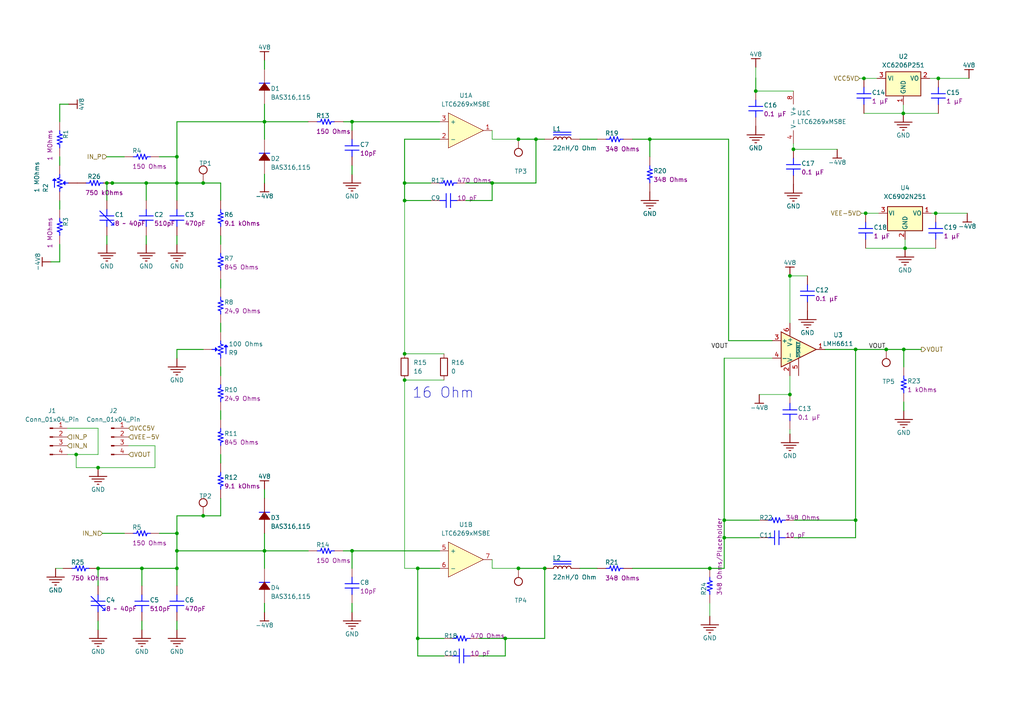
<source format=kicad_sch>
(kicad_sch (version 20230121) (generator eeschema)
  (paper "A4")
  (junction (at 102.108 35.306))
  (junction (at 229.108 80.01))
  (junction (at 262.509 72.009))
  (junction (at 142.748 53.086))
  (junction (at 248.158 150.876))
  (junction (at 150.368 40.386))
  (junction (at 28.448 135.636))
  (junction (at 262.128 101.346))
  (junction (at 121.158 185.166))
  (junction (at 51.308 53.086))
  (junction (at 58.928 149.606))
  (junction (at 51.308 154.686))
  (junction (at 219.202 26.416))
  (junction (at 262.001 32.893))
  (junction (at 157.988 164.846))
  (junction (at 32.5628 53.086))
  (junction (at 42.418 53.086))
  (junction (at 248.158 101.346))
  (junction (at 146.558 185.166))
  (junction (at 117.348 58.166))
  (junction (at 121.158 164.846))
  (junction (at 76.708 159.766))
  (junction (at 210.058 150.876))
  (junction (at 205.867 164.846))
  (junction (at 155.448 40.386))
  (junction (at 257.048 101.346))
  (junction (at 117.348 102.616))
  (junction (at 41.148 164.846))
  (junction (at 76.708 35.306))
  (junction (at 117.348 110.236))
  (junction (at 28.448 164.846))
  (junction (at 271.399 61.849))
  (junction (at 102.108 159.766))
  (junction (at 150.368 164.846))
  (junction (at 117.348 53.086))
  (junction (at 229.108 114.427))
  (junction (at 272.161 22.733))
  (junction (at 51.308 159.766))
  (junction (at 58.928 53.086))
  (junction (at 251.079 61.849))
  (junction (at 210.058 155.956))
  (junction (at 22.098 131.826))
  (junction (at 51.308 45.466))
  (junction (at 188.468 40.386))
  (junction (at 250.571 22.733))
  (junction (at 51.308 164.846))
  (junction (at 230.124 43.307))
  (junction (at 30.988 53.086))
  (wire (pts (xy 155.448 40.386) (xy 150.368 40.386)) (stroke (width 0.254)))
  (wire (pts (xy 46.228 154.686) (xy 51.308 154.686)) (stroke (width 0.254)))
  (wire (pts (xy 19.558 124.206) (xy 28.448 124.206)))
  (wire (pts (xy 117.348 58.166) (xy 117.348 102.616)))
  (wire (pts (xy 76.708 53.086) (xy 76.708 50.546)) (stroke (width 0.254)))
  (wire (pts (xy 205.867 175.006) (xy 205.867 178.689)))
  (wire (pts (xy 17.3228 30.226) (xy 19.8628 30.226)) (stroke (width 0.254)))
  (wire (pts (xy 262.128 119.126) (xy 262.128 116.586)) (stroke (width 0.254)))
  (wire (pts (xy 249.809 61.849) (xy 251.079 61.849)))
  (wire (pts (xy 270.129 61.849) (xy 271.399 61.849)))
  (wire (pts (xy 51.308 164.846) (xy 51.308 169.926)) (stroke (width 0.254)))
  (wire (pts (xy 211.328 98.806) (xy 224.028 98.806)) (stroke (width 0.254)))
  (wire (pts (xy 121.158 164.846) (xy 121.158 185.166)) (stroke (width 0.254)))
  (wire (pts (xy 219.202 22.606) (xy 219.202 26.416)) (stroke (width 0.254)))
  (wire (pts (xy 51.308 159.766) (xy 51.308 164.846)) (stroke (width 0.254)))
  (wire (pts (xy 117.348 53.086) (xy 124.968 53.086)) (stroke (width 0.254)))
  (wire (pts (xy 28.448 180.086) (xy 28.448 182.626)) (stroke (width 0.254)))
  (wire (pts (xy 30.988 53.0352) (xy 30.988 53.086)) (stroke (width 0.254)))
  (wire (pts (xy 248.158 150.876) (xy 248.158 155.956)) (stroke (width 0.254)))
  (wire (pts (xy 262.001 32.893) (xy 262.001 30.353)))
  (wire (pts (xy 44.958 135.636) (xy 28.448 135.636)))
  (wire (pts (xy 30.988 45.466) (xy 36.068 45.466)) (stroke (width 0.254)))
  (wire (pts (xy 30.988 53.086) (xy 30.988 58.166)) (stroke (width 0.254)))
  (wire (pts (xy 219.202 19.558) (xy 219.202 22.606)))
  (wire (pts (xy 146.558 185.166) (xy 157.988 185.166)) (stroke (width 0.254)))
  (wire (pts (xy 142.748 164.846) (xy 150.368 164.846)))
  (wire (pts (xy 102.108 159.766) (xy 127.508 159.766)) (stroke (width 0.254)))
  (wire (pts (xy 128.778 190.246) (xy 121.158 190.246)) (stroke (width 0.254)))
  (wire (pts (xy 32.5628 53.086) (xy 42.418 53.086)) (stroke (width 0.254)))
  (wire (pts (xy 64.008 68.326) (xy 64.008 70.866)) (stroke (width 0.254)))
  (wire (pts (xy 142.748 40.386) (xy 150.368 40.386)))
  (wire (pts (xy 102.108 50.546) (xy 102.108 48.006)) (stroke (width 0.254)))
  (wire (pts (xy 58.928 53.086) (xy 51.308 53.086)) (stroke (width 0.254)))
  (wire (pts (xy 168.148 164.846) (xy 173.228 164.846)) (stroke (width 0.254)))
  (wire (pts (xy 150.368 164.846) (xy 157.988 164.846)) (stroke (width 0.254)))
  (wire (pts (xy 229.108 114.427) (xy 229.108 108.966)))
  (wire (pts (xy 64.008 53.086) (xy 58.928 53.086)) (stroke (width 0.254)))
  (wire (pts (xy 17.3228 45.466) (xy 17.3228 48.006)) (stroke (width 0.254)))
  (wire (pts (xy 168.148 40.386) (xy 173.228 40.386)) (stroke (width 0.254)))
  (wire (pts (xy 17.3228 58.166) (xy 17.3228 60.706)) (stroke (width 0.254)))
  (wire (pts (xy 28.448 164.846) (xy 28.448 169.926)) (stroke (width 0.254)))
  (wire (pts (xy 146.558 190.246) (xy 146.558 185.166)) (stroke (width 0.254)))
  (wire (pts (xy 51.308 45.466) (xy 51.308 53.086)) (stroke (width 0.254)))
  (wire (pts (xy 76.708 30.226) (xy 76.708 35.306)) (stroke (width 0.254)))
  (wire (pts (xy 46.228 45.466) (xy 51.308 45.466)) (stroke (width 0.254)))
  (wire (pts (xy 229.108 80.01) (xy 234.188 80.01)))
  (wire (pts (xy 135.128 58.166) (xy 142.748 58.166)) (stroke (width 0.254)))
  (wire (pts (xy 76.708 159.766) (xy 89.408 159.766)) (stroke (width 0.254)))
  (wire (pts (xy 117.348 102.616) (xy 128.778 102.616)))
  (wire (pts (xy 188.468 40.386) (xy 211.328 40.386)) (stroke (width 0.254)))
  (wire (pts (xy 142.748 58.166) (xy 142.748 53.086)) (stroke (width 0.254)))
  (wire (pts (xy 230.124 26.416) (xy 219.202 26.416)))
  (wire (pts (xy 64.008 134.366) (xy 64.008 131.826)) (stroke (width 0.254)))
  (wire (pts (xy 117.348 164.846) (xy 121.158 164.846)))
  (wire (pts (xy 41.148 182.626) (xy 41.148 180.086)) (stroke (width 0.254)))
  (wire (pts (xy 51.308 154.686) (xy 51.308 149.606)) (stroke (width 0.254)))
  (wire (pts (xy 251.079 61.849) (xy 254.889 61.849)))
  (wire (pts (xy 138.938 190.246) (xy 146.558 190.246)) (stroke (width 0.254)))
  (wire (pts (xy 17.3228 35.306) (xy 17.3228 30.226)) (stroke (width 0.254)))
  (wire (pts (xy 210.058 103.886) (xy 210.058 150.876)) (stroke (width 0.254)))
  (wire (pts (xy 117.348 110.236) (xy 128.778 110.236)))
  (wire (pts (xy 51.308 182.626) (xy 51.308 180.086)) (stroke (width 0.254)))
  (wire (pts (xy 41.148 169.926) (xy 41.148 164.846)) (stroke (width 0.254)))
  (wire (pts (xy 117.348 40.386) (xy 127.508 40.386)) (stroke (width 0.254)))
  (wire (pts (xy 30.988 53.086) (xy 32.5628 53.086)) (stroke (width 0.254)))
  (wire (pts (xy 155.448 53.086) (xy 155.448 40.386)) (stroke (width 0.254)))
  (wire (pts (xy 205.867 164.846) (xy 210.058 164.846)) (stroke (width 0.254)))
  (wire (pts (xy 157.988 185.166) (xy 157.988 164.846)) (stroke (width 0.254)))
  (wire (pts (xy 262.509 72.009) (xy 262.509 69.469)))
  (wire (pts (xy 121.158 164.846) (xy 127.508 164.846)) (stroke (width 0.254)))
  (wire (pts (xy 99.568 159.766) (xy 102.108 159.766)) (stroke (width 0.254)))
  (wire (pts (xy 229.108 114.427) (xy 220.218 114.427)))
  (wire (pts (xy 64.008 149.606) (xy 64.008 144.526)) (stroke (width 0.254)))
  (wire (pts (xy 117.348 110.236) (xy 117.348 164.846)))
  (wire (pts (xy 76.708 35.306) (xy 51.308 35.306)) (stroke (width 0.254)))
  (wire (pts (xy 51.308 149.606) (xy 58.928 149.606)) (stroke (width 0.254)))
  (wire (pts (xy 102.108 37.846) (xy 102.108 35.306)) (stroke (width 0.254)))
  (wire (pts (xy 257.048 101.346) (xy 262.128 101.346)) (stroke (width 0.254)))
  (wire (pts (xy 124.968 58.166) (xy 117.348 58.166)) (stroke (width 0.254)))
  (wire (pts (xy 220.218 155.956) (xy 210.058 155.956)) (stroke (width 0.254)))
  (wire (pts (xy 272.161 22.733) (xy 281.051 22.733)))
  (wire (pts (xy 250.571 32.893) (xy 262.001 32.893)))
  (wire (pts (xy 230.378 155.956) (xy 248.158 155.956)) (stroke (width 0.254)))
  (wire (pts (xy 229.108 125.857) (xy 229.108 124.587)))
  (wire (pts (xy 76.708 17.526) (xy 76.708 20.066)) (stroke (width 0.254)))
  (wire (pts (xy 42.418 70.866) (xy 42.418 68.326)) (stroke (width 0.254)))
  (wire (pts (xy 30.988 68.326) (xy 30.988 70.866)) (stroke (width 0.254)))
  (wire (pts (xy 76.708 164.846) (xy 76.708 159.766)) (stroke (width 0.254)))
  (wire (pts (xy 51.308 154.686) (xy 51.308 159.766)) (stroke (width 0.254)))
  (wire (pts (xy 64.008 119.126) (xy 64.008 121.666)) (stroke (width 0.254)))
  (wire (pts (xy 58.928 101.346) (xy 51.308 101.346)) (stroke (width 0.254)))
  (wire (pts (xy 42.418 53.086) (xy 51.308 53.086)) (stroke (width 0.254)))
  (wire (pts (xy 102.108 164.846) (xy 102.108 159.766)) (stroke (width 0.254)))
  (wire (pts (xy 64.008 58.166) (xy 64.008 53.086)) (stroke (width 0.254)))
  (wire (pts (xy 230.124 43.307) (xy 242.824 43.307)))
  (wire (pts (xy 17.3228 70.866) (xy 17.3228 75.946)) (stroke (width 0.254)))
  (wire (pts (xy 76.708 40.386) (xy 76.708 35.306)) (stroke (width 0.254)))
  (wire (pts (xy 64.008 106.426) (xy 64.008 108.966)) (stroke (width 0.254)))
  (wire (pts (xy 230.124 41.656) (xy 230.124 43.307)))
  (wire (pts (xy 230.378 150.876) (xy 248.158 150.876)) (stroke (width 0.254)))
  (wire (pts (xy 22.098 131.826) (xy 19.558 131.826)))
  (wire (pts (xy 271.399 61.849) (xy 280.543 61.849)))
  (wire (pts (xy 142.748 53.086) (xy 155.448 53.086)) (stroke (width 0.254)))
  (wire (pts (xy 262.001 32.893) (xy 272.161 32.893)))
  (wire (pts (xy 248.158 101.346) (xy 257.048 101.346)) (stroke (width 0.254)))
  (wire (pts (xy 262.128 101.346) (xy 267.208 101.346)) (stroke (width 0.254)))
  (wire (pts (xy 135.128 53.086) (xy 142.748 53.086)) (stroke (width 0.254)))
  (wire (pts (xy 117.348 40.386) (xy 117.348 53.086)) (stroke (width 0.254)))
  (wire (pts (xy 250.571 22.733) (xy 254.381 22.733)))
  (wire (pts (xy 28.448 124.206) (xy 28.448 131.826)))
  (wire (pts (xy 22.098 135.636) (xy 28.448 135.636)))
  (wire (pts (xy 142.748 162.306) (xy 142.748 164.846)))
  (wire (pts (xy 89.408 35.306) (xy 76.708 35.306)) (stroke (width 0.254)))
  (wire (pts (xy 249.301 22.733) (xy 250.571 22.733)))
  (wire (pts (xy 44.958 129.286) (xy 44.958 135.636)))
  (wire (pts (xy 37.338 129.286) (xy 44.958 129.286)))
  (wire (pts (xy 17.3228 75.946) (xy 14.7828 75.946)) (stroke (width 0.254)))
  (wire (pts (xy 262.128 101.346) (xy 262.128 106.426)) (stroke (width 0.254)))
  (wire (pts (xy 248.158 150.876) (xy 248.158 101.346)) (stroke (width 0.254)))
  (wire (pts (xy 102.108 35.306) (xy 99.568 35.306)) (stroke (width 0.254)))
  (wire (pts (xy 51.308 70.866) (xy 51.308 68.326)) (stroke (width 0.254)))
  (wire (pts (xy 51.308 35.306) (xy 51.308 45.466)) (stroke (width 0.254)))
  (wire (pts (xy 28.448 131.826) (xy 22.098 131.826)))
  (wire (pts (xy 102.108 177.546) (xy 102.108 175.006)) (stroke (width 0.254)))
  (wire (pts (xy 251.079 72.009) (xy 262.509 72.009)))
  (wire (pts (xy 76.708 141.986) (xy 76.708 144.526)) (stroke (width 0.254)))
  (wire (pts (xy 16.129 164.846) (xy 18.288 164.846)))
  (wire (pts (xy 210.058 150.876) (xy 220.218 150.876)) (stroke (width 0.254)))
  (wire (pts (xy 138.938 185.166) (xy 146.558 185.166)) (stroke (width 0.254)))
  (wire (pts (xy 22.098 131.826) (xy 22.098 135.636)))
  (wire (pts (xy 51.308 159.766) (xy 76.708 159.766)) (stroke (width 0.254)))
  (wire (pts (xy 210.058 150.876) (xy 210.058 155.956)) (stroke (width 0.254)))
  (wire (pts (xy 188.468 40.386) (xy 188.468 45.466)) (stroke (width 0.254)))
  (wire (pts (xy 28.448 164.846) (xy 41.148 164.846)) (stroke (width 0.254)))
  (wire (pts (xy 51.308 53.086) (xy 51.308 58.166)) (stroke (width 0.254)))
  (wire (pts (xy 183.388 164.846) (xy 205.867 164.846)) (stroke (width 0.254)))
  (wire (pts (xy 42.418 58.166) (xy 42.418 53.086)) (stroke (width 0.254)))
  (wire (pts (xy 29.718 154.686) (xy 36.068 154.686)) (stroke (width 0.254)))
  (wire (pts (xy 117.348 58.166) (xy 117.348 53.086)) (stroke (width 0.254)))
  (wire (pts (xy 41.148 164.846) (xy 51.308 164.846)) (stroke (width 0.254)))
  (wire (pts (xy 183.388 40.386) (xy 188.468 40.386)) (stroke (width 0.254)))
  (wire (pts (xy 58.928 149.606) (xy 64.008 149.606)) (stroke (width 0.254)))
  (wire (pts (xy 239.268 101.346) (xy 248.158 101.346)) (stroke (width 0.254)))
  (wire (pts (xy 121.158 185.166) (xy 128.778 185.166)) (stroke (width 0.254)))
  (wire (pts (xy 51.308 101.346) (xy 51.308 103.886)) (stroke (width 0.254)))
  (wire (pts (xy 76.708 177.546) (xy 76.708 175.006)) (stroke (width 0.254)))
  (wire (pts (xy 121.158 190.246) (xy 121.158 185.166)) (stroke (width 0.254)))
  (wire (pts (xy 262.509 72.009) (xy 271.399 72.009)))
  (wire (pts (xy 229.108 80.01) (xy 229.108 93.726)))
  (wire (pts (xy 102.108 35.306) (xy 127.508 35.306)) (stroke (width 0.254)))
  (wire (pts (xy 210.058 155.956) (xy 210.058 164.846)) (stroke (width 0.254)))
  (wire (pts (xy 210.058 103.886) (xy 224.028 103.886)))
  (wire (pts (xy 64.008 96.266) (xy 64.008 93.726)) (stroke (width 0.254)))
  (wire (pts (xy 155.448 40.386) (xy 157.988 40.386)) (stroke (width 0.254)))
  (wire (pts (xy 269.621 22.733) (xy 272.161 22.733)))
  (wire (pts (xy 211.328 40.386) (xy 211.328 98.806)) (stroke (width 0.254)))
  (wire (pts (xy 142.748 37.846) (xy 142.748 40.386)))
  (wire (pts (xy 76.708 154.686) (xy 76.708 159.766)) (stroke (width 0.254)))
  (wire (pts (xy 64.008 83.566) (xy 64.008 81.026)) (stroke (width 0.254)))
  (text "16 Ohm" (at 119.507 115.824 0) (effects (font (size 3 3)) (justify left bottom)))
  (label "VOUT" (at 251.968 101.346 180))
  (label "VOUT" (at 206.248 101.346 180))
  (hierarchical_label "IN_P" (shape input) (at 30.988 45.466 180))
  (hierarchical_label "VOUT" (shape input) (at 37.338 131.826 0))
  (hierarchical_label "VCC5V" (shape input) (at 37.338 124.206 0))
  (hierarchical_label "IN_N" (shape input) (at 29.718 154.686 180))
  (hierarchical_label "IN_P" (shape input) (at 19.558 126.746 0))
  (hierarchical_label "VEE-5V" (shape input) (at 249.809 61.849 180))
  (hierarchical_label "VOUT" (shape output) (at 267.208 101.346 0))
  (hierarchical_label "VCC5V" (shape input) (at 249.301 22.733 180))
  (hierarchical_label "IN_N" (shape input) (at 19.558 129.286 0))
  (hierarchical_label "VEE-5V" (shape input) (at 37.338 126.746 0))
  (symbol (lib_id "DifferentialProbe-altium-import:root_3_mirrored_Resistor") (at 64.008 114.046 0) (unit 1)
    (property "Reference" "R10" (at 65.024 113.792 0) (effects (justify left bottom)))
    (property "Value" "${ALTIUM_VALUE}" (effects hide))
    (property "Footprint" "Resistor_SMD:R_0603_1608Metric" (effects hide))
    (property "PART NUMBER" "RT0402BRD0724R9L" (effects hide))
    (property "ALTIUM_VALUE" "24.9 Ohms" (at 65.024 116.332 0) (effects (justify left bottom)))
    (property "COMPONENTLINK1DESCRIPTION" "Datasheet" (effects hide))
    (property "COMPONENTLINK1URL" "https://www.yageo.com/upload/media/product/productsearch/datasheet/rchip/PYu-RT_1-to-0.01_RoHS_L_11.pdf" (effects hide))
    (property "COMPONENTLINK2DESCRIPTION" "DigiKey Link" (effects hide))
    (property "COMPONENTLINK2URL" "https://www.digikey.com/en/products/detail/yageo/RT0402BRD0724R9L/1069153" (effects hide))
    (property "COMPOSITION" "Thin Film" (effects hide))
    (property "DEVICE PACKAGE" "0402 (1005 Metric)" (effects hide))
    (property "HEIGHT - SEATED (MAX)" "0.014\" (0.35mm)" (effects hide))
    (property "LASTUPDATED" "28/06/2022 17:10:58" (effects hide))
    (property "LIFECYCLE STATUS" "Active" (effects hide))
    (property "MANUFACTURER" "Yageo" (effects hide))
    (property "MINIMUM ORDER" "1" (effects hide))
    (property "NUMBER OF TERMINATIONS" "2" (effects hide))
    (property "OPERATING TEMPERATURE" "-55°C ~ 155°C" (effects hide))
    (property "PACKAGE / CASE" "0402 (1005 Metric)" (effects hide))
    (property "PACKAGING" "TapeAndReel" (effects hide))
    (property "PARTID" "19431" (effects hide))
    (property "PART STATUS" "Active" (effects hide))
    (property "POWER (WATTS)" "0.063W, 1/16W" (effects hide))
    (property "PRICE" "0.04" (effects hide))
    (property "RESISTANCE" "24.9 Ohms" (effects hide))
    (property "SERIES" "RT" (effects hide))
    (property "SIZE / DIMENSION" "0.039\" L x 0.020\" W (1.00mm x 0.50mm)" (effects hide))
    (property "SUPPLIER 1" "DigiKey" (effects hide))
    (property "SUPPLIER PART NUMBER 1" "YAG4216CT-ND" (effects hide))
    (property "SUPPLIER DEVICE PACKAGE" "0402" (effects hide))
    (property "TEMPERATURE COEFFICIENT" "±25ppm/°C" (effects hide))
    (property "TOLERANCE" "±0.1%" (effects hide))
  )
  (symbol (lib_id "DifferentialProbe-altium-import:GND") (at 102.108 50.546 0) (unit 1)
    (property "Reference" "#PWR015" (effects hide))
    (property "Value" "GND" (at 102.108 56.896 0))
  )
  (symbol (lib_id "DifferentialProbe-altium-import:GND") (at 205.867 178.689 0) (unit 1)
    (property "Reference" "#PWR018" (effects hide))
    (property "Value" "GND" (at 205.867 185.039 0))
  )
  (symbol (lib_id "DifferentialProbe-altium-import:root_1_Capacitor") (at 229.108 119.507 0) (unit 1)
    (property "Reference" "C13" (at 231.394 119.253 0) (effects (justify left bottom)))
    (property "Value" "${ALTIUM_VALUE}" (effects hide))
    (property "Footprint" "Capacitor_SMD:C_0603_1608Metric" (effects hide))
    (property "PART NUMBER" "0402B104K100CT" (effects hide))
    (property "ALTIUM_VALUE" "0.1 µF" (at 231.394 121.793 0) (effects (justify left bottom)))
    (property "APPLICATIONS" "General Purpose" (effects hide))
    (property "CAPACITANCE" "0.1 µF" (effects hide))
    (property "COMPONENTLINK1DESCRIPTION" "Datasheet" (effects hide))
    (property "COMPONENTLINK1URL" "http://www.passivecomponent.com/wp-content/uploads/2018/10/MLCC.pdf" (effects hide))
    (property "COMPONENTLINK2DESCRIPTION" "DigiKey Link" (effects hide))
    (property "COMPONENTLINK2URL" "https://www.digikey.com/en/products/detail/walsin-technology-corporation/0402B104K100CT/6707533" (effects hide))
    (property "DEVICE PACKAGE" "0402 (1005 Metric)" (effects hide))
    (property "LASTUPDATED" "28/06/2022 16:55:03" (effects hide))
    (property "LIFECYCLE STATUS" "Active" (effects hide))
    (property "MANUFACTURER" "Walsin Technology Corporation" (effects hide))
    (property "MINIMUM ORDER" "1" (effects hide))
    (property "MOUNTING TYPE" "Surface Mount, MLCC" (effects hide))
    (property "OPERATING TEMPERATURE" "-55°C ~ 125°C" (effects hide))
    (property "PACKAGE / CASE" "0402 (1005 Metric)" (effects hide))
    (property "PACKAGING" "TapeAndReel" (effects hide))
    (property "PARTID" "38949" (effects hide))
    (property "PART STATUS" "Active" (effects hide))
    (property "PRICE" "0.01" (effects hide))
    (property "SERIES" "-" (effects hide))
    (property "SIZE / DIMENSION" "0.039\" L x 0.020\" W (1.00mm x 0.50mm)" (effects hide))
    (property "SUPPLIER 1" "DigiKey" (effects hide))
    (property "SUPPLIER PART NUMBER 1" "1292-1629-1-ND" (effects hide))
    (property "TEMPERATURE COEFFICIENT" "X7R" (effects hide))
    (property "THICKNESS (MAX)" "0.022\" (0.55mm)" (effects hide))
    (property "TOLERANCE" "±10%" (effects hide))
    (property "VOLTAGE - RATED" "10V" (effects hide))
  )
  (symbol (lib_id "DifferentialProbe-altium-import:4V8") (at 19.8628 30.226 90) (unit 1)
    (property "Reference" "#PWR02" (effects hide))
    (property "Value" "VCC" (at 23.6728 30.226 0))
  )
  (symbol (lib_id "DifferentialProbe-altium-import:root_3_TRIMMER CAPACITOR") (at 30.988 63.246 0) (unit 1)
    (property "Reference" "C1" (at 33.274 62.992 0) (effects (justify left bottom)))
    (property "Value" "${PART NUMBER}" (effects hide))
    (property "Footprint" "Capacitor_SMD:C_Trimmer_Voltronics_JZ" (effects hide))
    (property "PART NUMBER" "JZ400" (effects hide))
    (property "ADJUSTMENT TYPE" "Top" (effects hide))
    (property "CAPACITANCE RANGE" "8 ~ 40pF" (at 33.274 65.532 0) (effects (justify left bottom)))
    (property "COMPONENTLINK1DESCRIPTION" "Datasheet" (effects hide))
    (property "COMPONENTLINK1URL" "https://www.knowlescapacitors.com/getattachment/4e3ef37f-1910-4b01-89e4-302e57c70f90/JZ-Series.aspx" (effects hide))
    (property "COMPONENTLINK2DESCRIPTION" "DigiKey Link" (effects hide))
    (property "COMPONENTLINK2URL" "https://www.digikey.com/en/products/detail/knowles-voltronics/JZ400/6021623" (effects hide))
    (property "DIELECTRIC MATERIAL" "Ceramic" (effects hide))
    (property "FEATURES" "General Purpose" (effects hide))
    (property "HEIGHT - SEATED (MAX)" "0.057\" (1.45mm)" (effects hide))
    (property "LASTUPDATED" "29/06/2022 15:30:24" (effects hide))
    (property "LIFECYCLE STATUS" "Active" (effects hide))
    (property "MANUFACTURER" "Knowles Voltronics" (effects hide))
    (property "MINIMUM ORDER" "1" (effects hide))
    (property "MOUNTING TYPE" "Surface Mount" (effects hide))
    (property "OPERATING TEMPERATURE" "-40°C ~ 85°C" (effects hide))
    (property "PACKAGING" "TapeAndReel" (effects hide))
    (property "PART STATUS" "Active" (effects hide))
    (property "PRICE" "1.51" (effects hide))
    (property "Q @ FREQ" "1500 @ 1MHz" (effects hide))
    (property "SERIES" "JZ" (effects hide))
    (property "SIZE / DIMENSION" "0.177\" L x 0.126\" W (4.50mm x 3.20mm)" (effects hide))
    (property "SUPPLIER 1" "DigiKey" (effects hide))
    (property "SUPPLIER PART NUMBER 1" "1674-1006-1-ND" (effects hide))
  )
  (symbol (lib_id "DifferentialProbe-altium-import:root_0_Capacitor") (at 225.298 155.956 0) (unit 1)
    (property "Reference" "C11" (at 220.218 155.956 0) (effects (justify left bottom)))
    (property "Value" "${ALTIUM_VALUE}" (effects hide))
    (property "Footprint" "Capacitor_SMD:C_0603_1608Metric" (effects hide))
    (property "PART NUMBER" "CC0402BRNPO9BNR80" (effects hide))
    (property "ALTIUM_VALUE" "10 pF" (at 227.838 155.956 0) (effects (justify left bottom)))
    (property "APPLICATIONS" "General Purpose" (effects hide))
    (property "CAPACITANCE" "0.8 pF" (effects hide))
    (property "COMPONENTLINK1DESCRIPTION" "Datasheet" (effects hide))
    (property "COMPONENTLINK1URL" "https://www.yageo.com/upload/media/product/productsearch/datasheet/mlcc/UPY-GP_NP0_16V-to-50V_17.pdf" (effects hide))
    (property "COMPONENTLINK2DESCRIPTION" "DigiKey Link" (effects hide))
    (property "COMPONENTLINK2URL" "https://www.digikey.com/en/products/detail/yageo/CC0402BRNPO9BNR80/5883200" (effects hide))
    (property "DEVICE PACKAGE" "0402 (1005 Metric)" (effects hide))
    (property "LASTUPDATED" "28/06/2022 16:55:12" (effects hide))
    (property "LIFECYCLE STATUS" "Active" (effects hide))
    (property "MANUFACTURER" "Yageo" (effects hide))
    (property "MINIMUM ORDER" "1" (effects hide))
    (property "MOUNTING TYPE" "Surface Mount, MLCC" (effects hide))
    (property "OPERATING TEMPERATURE" "-55°C ~ 125°C" (effects hide))
    (property "PACKAGE / CASE" "0402 (1005 Metric)" (effects hide))
    (property "PACKAGING" "TapeAndReel" (effects hide))
    (property "PARTID" "8101" (effects hide))
    (property "PART STATUS" "Active" (effects hide))
    (property "PRICE" "0.01" (effects hide))
    (property "SERIES" "CC" (effects hide))
    (property "SIZE / DIMENSION" "0.039\" L x 0.020\" W (1.00mm x 0.50mm)" (effects hide))
    (property "SUPPLIER 1" "DigiKey" (effects hide))
    (property "SUPPLIER PART NUMBER 1" "311-3711-1-ND" (effects hide))
    (property "TEMPERATURE COEFFICIENT" "C0G, NP0" (effects hide))
    (property "THICKNESS (MAX)" "0.022\" (0.55mm)" (effects hide))
    (property "TOLERANCE" "±0.1pF" (effects hide))
    (property "VOLTAGE - RATED" "50V" (effects hide))
  )
  (symbol (lib_id "DifferentialProbe-altium-import:root_1_Resistor") (at 64.008 75.946 0) (unit 1)
    (property "Reference" "R7" (at 65.024 75.692 0) (effects (justify left bottom)))
    (property "Value" "${ALTIUM_VALUE}" (effects hide))
    (property "Footprint" "Resistor_SMD:R_0603_1608Metric" (effects hide))
    (property "PART NUMBER" "ERA-2AEB8450X" (effects hide))
    (property "ALTIUM_VALUE" "845 Ohms" (at 65.024 78.232 0) (effects (justify left bottom)))
    (property "COMPONENTLINK1DESCRIPTION" "Datasheet" (effects hide))
    (property "COMPONENTLINK1URL" "https://industrial.panasonic.com/cdbs/www-data/pdf/RDM0000/AOA0000C307.pdf" (effects hide))
    (property "COMPONENTLINK2DESCRIPTION" "DigiKey Link" (effects hide))
    (property "COMPONENTLINK2URL" "https://www.digikey.com/en/products/detail/panasonic-electronic-components/ERA-2AEB8450X/2026047" (effects hide))
    (property "COMPOSITION" "Thin Film" (effects hide))
    (property "DEVICE PACKAGE" "0402 (1005 Metric)" (effects hide))
    (property "FEATURES" "Automotive AEC-Q200" (effects hide))
    (property "HEIGHT - SEATED (MAX)" "0.016\" (0.40mm)" (effects hide))
    (property "LASTUPDATED" "28/06/2022 17:11:17" (effects hide))
    (property "LIFECYCLE STATUS" "Active" (effects hide))
    (property "MANUFACTURER" "Panasonic Electronic Components" (effects hide))
    (property "MINIMUM ORDER" "1" (effects hide))
    (property "NUMBER OF TERMINATIONS" "2" (effects hide))
    (property "OPERATING TEMPERATURE" "-55°C ~ 155°C" (effects hide))
    (property "PACKAGE / CASE" "0402 (1005 Metric)" (effects hide))
    (property "PACKAGING" "TapeAndReel" (effects hide))
    (property "PARTID" "14335" (effects hide))
    (property "PART STATUS" "Active" (effects hide))
    (property "POWER (WATTS)" "0.063W, 1/16W" (effects hide))
    (property "PRICE" "0.05" (effects hide))
    (property "RATINGS" "AEC-Q200" (effects hide))
    (property "RESISTANCE" "845 Ohms" (effects hide))
    (property "SERIES" "ERA-2A" (effects hide))
    (property "SIZE / DIMENSION" "0.039\" L x 0.020\" W (1.00mm x 0.50mm)" (effects hide))
    (property "SUPPLIER 1" "DigiKey" (effects hide))
    (property "SUPPLIER PART NUMBER 1" "P845DCCT-ND" (effects hide))
    (property "SUPPLIER DEVICE PACKAGE" "0402" (effects hide))
    (property "TEMPERATURE COEFFICIENT" "±25ppm/°C" (effects hide))
    (property "TOLERANCE" "±0.1%" (effects hide))
  )
  (symbol (lib_id "DifferentialProbe-altium-import:root_1_Capacitor") (at 51.308 63.246 0) (unit 1)
    (property "Reference" "C3" (at 53.594 62.992 0) (effects (justify left bottom)))
    (property "Value" "${ALTIUM_VALUE}" (effects hide))
    (property "Footprint" "Capacitor_SMD:C_0603_1608Metric" (effects hide))
    (property "PART NUMBER" "04025A471JAT2A" (effects hide))
    (property "ALTIUM_VALUE" "470pF" (at 53.594 65.532 0) (effects (justify left bottom)))
    (property "APPLICATIONS" "General Purpose" (effects hide))
    (property "CAPACITANCE" "470pF" (effects hide))
    (property "COMPONENTLINK1DESCRIPTION" "Datasheet" (effects hide))
    (property "COMPONENTLINK1URL" "http://datasheets.avx.com/C0GNP0-Dielectric.pdf" (effects hide))
    (property "COMPONENTLINK2DESCRIPTION" "DigiKey Link" (effects hide))
    (property "COMPONENTLINK2URL" "http://digikey.com/product-detail/en/avx-corporation/04025A471JAT2A/478-7880-1-ND/3881503" (effects hide))
    (property "DEVICE PACKAGE" "0402 (1005 Metric)" (effects hide))
    (property "LASTUPDATED" "08/02/2022 12:26:47" (effects hide))
    (property "LIFECYCLE STATUS" "Active" (effects hide))
    (property "MANUFACTURER" "AVX Corporation" (effects hide))
    (property "MINIMUM ORDER" "1" (effects hide))
    (property "MOUNTING TYPE" "Surface Mount, MLCC" (effects hide))
    (property "OPERATING TEMPERATURE" "-55°C ~ 125°C" (effects hide))
    (property "PACKAGE / CASE" "0402 (1005 Metric)" (effects hide))
    (property "PACKAGING" "TapeAndReel" (effects hide))
    (property "PARTID" "8853" (effects hide))
    (property "PART STATUS" "Active" (effects hide))
    (property "PRICE" "0.01" (effects hide))
    (property "SERIES" "-" (effects hide))
    (property "SIZE / DIMENSION" "0.039\" L x 0.020\" W (1.00mm x 0.50mm)" (effects hide))
    (property "SUPPLIER 1" "DigiKey" (effects hide))
    (property "SUPPLIER PART NUMBER 1" "478-7880-1-ND" (effects hide))
    (property "TEMPERATURE COEFFICIENT" "C0G, NP0" (effects hide))
    (property "THICKNESS (MAX)" "0.022\" (0.55mm)" (effects hide))
    (property "TOLERANCE" "±5%" (effects hide))
    (property "VOLTAGE - RATED" "50V" (effects hide))
  )
  (symbol (lib_id "DifferentialProbe-altium-import:root_0_Capacitor") (at 133.858 190.246 0) (unit 1)
    (property "Reference" "C10" (at 128.778 190.246 0) (effects (justify left bottom)))
    (property "Value" "${ALTIUM_VALUE}" (effects hide))
    (property "Footprint" "Capacitor_SMD:C_0603_1608Metric" (effects hide))
    (property "PART NUMBER" "GCQ1555C1HR25BB01D" (effects hide))
    (property "ALTIUM_VALUE" "10 pF" (at 136.398 190.246 0) (effects (justify left bottom)))
    (property "APPLICATIONS" "RF, Microwave, High Frequency, Automotive" (effects hide))
    (property "CAPACITANCE" "0.25 pF" (effects hide))
    (property "COMPONENTLINK1DESCRIPTION" "Datasheet" (effects hide))
    (property "COMPONENTLINK1URL" "https://search.murata.co.jp/Ceramy/image/img/A01X/G101/ENG/GCQ1555C1HR25BB01-01.pdf" (effects hide))
    (property "COMPONENTLINK2DESCRIPTION" "DigiKey Link" (effects hide))
    (property "COMPONENTLINK2URL" "https://www.digikey.com/en/products/detail/murata-electronics/GCQ1555C1HR25BB01D/7803249" (effects hide))
    (property "DEVICE PACKAGE" "0402 (1005 Metric)" (effects hide))
    (property "LASTUPDATED" "28/06/2022 16:54:55" (effects hide))
    (property "LIFECYCLE STATUS" "Active" (effects hide))
    (property "MANUFACTURER" "Murata Electronics" (effects hide))
    (property "MINIMUM ORDER" "1" (effects hide))
    (property "MOUNTING TYPE" "Surface Mount, MLCC" (effects hide))
    (property "OPERATING TEMPERATURE" "-55°C ~ 125°C" (effects hide))
    (property "PACKAGE / CASE" "0402 (1005 Metric)" (effects hide))
    (property "PACKAGING" "TapeAndReel" (effects hide))
    (property "PARTID" "13204" (effects hide))
    (property "PART STATUS" "Active" (effects hide))
    (property "PRICE" "0.05" (effects hide))
    (property "RATINGS" "AEC-Q200" (effects hide))
    (property "SERIES" "GCQ" (effects hide))
    (property "SIZE / DIMENSION" "0.039\" L x 0.020\" W (1.00mm x 0.50mm)" (effects hide))
    (property "SUPPLIER 1" "DigiKey" (effects hide))
    (property "SUPPLIER PART NUMBER 1" "490-17543-1-ND" (effects hide))
    (property "TEMPERATURE COEFFICIENT" "C0G, NP0" (effects hide))
    (property "THICKNESS (MAX)" "0.022\" (0.55mm)" (effects hide))
    (property "TOLERANCE" "±0.1pF" (effects hide))
    (property "VOLTAGE - RATED" "50V" (effects hide))
  )
  (symbol (lib_id "DifferentialProbe-altium-import:root_0_Resistor") (at 178.308 164.846 0) (unit 1)
    (property "Reference" "R21" (at 175.514 163.83 0) (effects (justify left bottom)))
    (property "Value" "${ALTIUM_VALUE}" (effects hide))
    (property "Footprint" "Resistor_SMD:R_0603_1608Metric" (effects hide))
    (property "PART NUMBER" "RT0402BRD07348RL" (effects hide))
    (property "ALTIUM_VALUE" "348 Ohms" (at 175.514 168.402 0) (effects (justify left bottom)))
    (property "COMPONENTLINK1DESCRIPTION" "Datasheet" (effects hide))
    (property "COMPONENTLINK1URL" "https://www.yageo.com/upload/media/product/productsearch/datasheet/rchip/PYu-RT_1-to-0.01_RoHS_L_11.pdf" (effects hide))
    (property "COMPONENTLINK2DESCRIPTION" "DigiKey Link" (effects hide))
    (property "COMPONENTLINK2URL" "https://www.digikey.com/en/products/detail/yageo/RT0402BRD07348RL/1069221" (effects hide))
    (property "COMPOSITION" "Thin Film" (effects hide))
    (property "DEVICE PACKAGE" "0402 (1005 Metric)" (effects hide))
    (property "HEIGHT - SEATED (MAX)" "0.014\" (0.35mm)" (effects hide))
    (property "LASTUPDATED" "28/06/2022 17:11:53" (effects hide))
    (property "LIFECYCLE STATUS" "Active" (effects hide))
    (property "MANUFACTURER" "Yageo" (effects hide))
    (property "MINIMUM ORDER" "1" (effects hide))
    (property "NUMBER OF TERMINATIONS" "2" (effects hide))
    (property "OPERATING TEMPERATURE" "-55°C ~ 155°C" (effects hide))
    (property "PACKAGE / CASE" "0402 (1005 Metric)" (effects hide))
    (property "PACKAGING" "TapeAndReel" (effects hide))
    (property "PARTID" "4531" (effects hide))
    (property "PART STATUS" "Active" (effects hide))
    (property "POWER (WATTS)" "0.063W, 1/16W" (effects hide))
    (property "PRICE" "0.04" (effects hide))
    (property "RESISTANCE" "348 Ohms" (effects hide))
    (property "SERIES" "RT" (effects hide))
    (property "SIZE / DIMENSION" "0.039\" L x 0.020\" W (1.00mm x 0.50mm)" (effects hide))
    (property "SUPPLIER 1" "DigiKey" (effects hide))
    (property "SUPPLIER PART NUMBER 1" "YAG4245CT-ND" (effects hide))
    (property "SUPPLIER DEVICE PACKAGE" "0402" (effects hide))
    (property "TEMPERATURE COEFFICIENT" "±25ppm/°C" (effects hide))
    (property "TOLERANCE" "±0.1%" (effects hide))
  )
  (symbol (lib_id "DifferentialProbe-altium-import:root_3_mirrored_Resistor") (at 64.008 126.746 0) (unit 1)
    (property "Reference" "R11" (at 65.024 126.492 0) (effects (justify left bottom)))
    (property "Value" "${ALTIUM_VALUE}" (effects hide))
    (property "Footprint" "Resistor_SMD:R_0603_1608Metric" (effects hide))
    (property "PART NUMBER" "ERA-2AEB8450X" (effects hide))
    (property "ALTIUM_VALUE" "845 Ohms" (at 65.024 129.032 0) (effects (justify left bottom)))
    (property "COMPONENTLINK1DESCRIPTION" "Datasheet" (effects hide))
    (property "COMPONENTLINK1URL" "https://industrial.panasonic.com/cdbs/www-data/pdf/RDM0000/AOA0000C307.pdf" (effects hide))
    (property "COMPONENTLINK2DESCRIPTION" "DigiKey Link" (effects hide))
    (property "COMPONENTLINK2URL" "https://www.digikey.com/en/products/detail/panasonic-electronic-components/ERA-2AEB8450X/2026047" (effects hide))
    (property "COMPOSITION" "Thin Film" (effects hide))
    (property "DEVICE PACKAGE" "0402 (1005 Metric)" (effects hide))
    (property "FEATURES" "Automotive AEC-Q200" (effects hide))
    (property "HEIGHT - SEATED (MAX)" "0.016\" (0.40mm)" (effects hide))
    (property "LASTUPDATED" "28/06/2022 17:11:17" (effects hide))
    (property "LIFECYCLE STATUS" "Active" (effects hide))
    (property "MANUFACTURER" "Panasonic Electronic Components" (effects hide))
    (property "MINIMUM ORDER" "1" (effects hide))
    (property "NUMBER OF TERMINATIONS" "2" (effects hide))
    (property "OPERATING TEMPERATURE" "-55°C ~ 155°C" (effects hide))
    (property "PACKAGE / CASE" "0402 (1005 Metric)" (effects hide))
    (property "PACKAGING" "TapeAndReel" (effects hide))
    (property "PARTID" "14335" (effects hide))
    (property "PART STATUS" "Active" (effects hide))
    (property "POWER (WATTS)" "0.063W, 1/16W" (effects hide))
    (property "PRICE" "0.05" (effects hide))
    (property "RATINGS" "AEC-Q200" (effects hide))
    (property "RESISTANCE" "845 Ohms" (effects hide))
    (property "SERIES" "ERA-2A" (effects hide))
    (property "SIZE / DIMENSION" "0.039\" L x 0.020\" W (1.00mm x 0.50mm)" (effects hide))
    (property "SUPPLIER 1" "DigiKey" (effects hide))
    (property "SUPPLIER PART NUMBER 1" "P845DCCT-ND" (effects hide))
    (property "SUPPLIER DEVICE PACKAGE" "0402" (effects hide))
    (property "TEMPERATURE COEFFICIENT" "±25ppm/°C" (effects hide))
    (property "TOLERANCE" "±0.1%" (effects hide))
  )
  (symbol (lib_id "DifferentialProbe-altium-import:root_2_mirrored_Potentiometer") (at 17.3228 53.086 270) (mirror x) (unit 1)
    (property "Reference" "R2" (at 12.4968 55.88 0) (effects (justify left bottom)))
    (property "Value" "${ALTIUM_VALUE}" (at 9.9568 55.88 0) (effects (justify left bottom)))
    (property "Footprint" "Potentiometer_THT:Potentiometer_Bourns_3006W_Horizontal" (effects hide))
    (property "PART NUMBER" "3386P-1-105LF" (effects hide))
    (property "ADJUSTMENT TYPE" "Top Adjustment" (effects hide))
    (property "COMPONENTLINK1DESCRIPTION" "Datasheet" (effects hide))
    (property "COMPONENTLINK1URL" "https://www.bourns.com/docs/Product-Datasheets/3386.pdf" (effects hide))
    (property "COMPONENTLINK2DESCRIPTION" "DigiKey Link" (effects hide))
    (property "COMPONENTLINK2URL" "https://www.digikey.com/en/products/detail/bourns-inc/3386P-1-105LF/1088525" (effects hide))
    (property "LASTUPDATED" "27/06/2022 12:04:02" (effects hide))
    (property "LIFECYCLE STATUS" "Active" (effects hide))
    (property "MANUFACTURER" "Bourns Inc." (effects hide))
    (property "MINIMUM ORDER" "1" (effects hide))
    (property "MOUNTING TYPE" "Through Hole" (effects hide))
    (property "NUMBER OF TURNS" "1" (effects hide))
    (property "PACKAGING" "Tube" (effects hide))
    (property "PARTID" "105" (effects hide))
    (property "PART STATUS" "Active" (effects hide))
    (property "POWER (WATTS)" "0.5W, 1/2W" (effects hide))
    (property "PRICE" "0.72" (effects hide))
    (property "RESISTANCE" "1 MOhms" (effects hide))
    (property "RESISTIVE MATERIAL" "Cermet" (effects hide))
    (property "SERIES" "Trimpot® 3386 - Sealed" (effects hide))
    (property "SIZE / DIMENSION" "Square - 0.375\" x 0.375\" Face x 0.190\" H (9.53mm x 9.53mm x 4.83mm)" (effects hide))
    (property "SUPPLIER 1" "DigiKey" (effects hide))
    (property "SUPPLIER PART NUMBER 1" "3386P-105LF-ND" (effects hide))
    (property "TEMPERATURE COEFFICIENT" "±100ppm/°C" (effects hide))
    (property "TERMINATION STYLE" "PC Pins" (effects hide))
    (property "TOLERANCE" "±10%" (effects hide))
    (property "ALTIUM_VALUE" "1 MOhms" (effects hide))
  )
  (symbol (lib_id "DifferentialProbe-altium-import:-4V8") (at 76.708 177.546 0) (unit 1)
    (property "Reference" "#PWR014" (effects hide))
    (property "Value" "VEE" (at 76.708 181.356 0))
  )
  (symbol (lib_id "DifferentialProbe-altium-import:root_0_Resistor") (at 225.298 150.876 0) (unit 1)
    (property "Reference" "R22" (at 220.218 150.876 0) (effects (justify left bottom)))
    (property "Value" "${ALTIUM_VALUE}" (effects hide))
    (property "Footprint" "Resistor_SMD:R_0603_1608Metric" (effects hide))
    (property "PART NUMBER" "RT0402BRD07348RL" (effects hide))
    (property "ALTIUM_VALUE" "348 Ohms" (at 227.838 150.876 0) (effects (justify left bottom)))
    (property "COMPONENTLINK1DESCRIPTION" "Datasheet" (effects hide))
    (property "COMPONENTLINK1URL" "https://www.yageo.com/upload/media/product/productsearch/datasheet/rchip/PYu-RT_1-to-0.01_RoHS_L_11.pdf" (effects hide))
    (property "COMPONENTLINK2DESCRIPTION" "DigiKey Link" (effects hide))
    (property "COMPONENTLINK2URL" "https://www.digikey.com/en/products/detail/yageo/RT0402BRD07348RL/1069221" (effects hide))
    (property "COMPOSITION" "Thin Film" (effects hide))
    (property "DEVICE PACKAGE" "0402 (1005 Metric)" (effects hide))
    (property "HEIGHT - SEATED (MAX)" "0.014\" (0.35mm)" (effects hide))
    (property "LASTUPDATED" "28/06/2022 17:11:53" (effects hide))
    (property "LIFECYCLE STATUS" "Active" (effects hide))
    (property "MANUFACTURER" "Yageo" (effects hide))
    (property "MINIMUM ORDER" "1" (effects hide))
    (property "NUMBER OF TERMINATIONS" "2" (effects hide))
    (property "OPERATING TEMPERATURE" "-55°C ~ 155°C" (effects hide))
    (property "PACKAGE / CASE" "0402 (1005 Metric)" (effects hide))
    (property "PACKAGING" "TapeAndReel" (effects hide))
    (property "PARTID" "4531" (effects hide))
    (property "PART STATUS" "Active" (effects hide))
    (property "POWER (WATTS)" "0.063W, 1/16W" (effects hide))
    (property "PRICE" "0.04" (effects hide))
    (property "RESISTANCE" "348 Ohms" (effects hide))
    (property "SERIES" "RT" (effects hide))
    (property "SIZE / DIMENSION" "0.039\" L x 0.020\" W (1.00mm x 0.50mm)" (effects hide))
    (property "SUPPLIER 1" "DigiKey" (effects hide))
    (property "SUPPLIER PART NUMBER 1" "YAG4245CT-ND" (effects hide))
    (property "SUPPLIER DEVICE PACKAGE" "0402" (effects hide))
    (property "TEMPERATURE COEFFICIENT" "±25ppm/°C" (effects hide))
    (property "TOLERANCE" "±0.1%" (effects hide))
  )
  (symbol (lib_id "Device:R") (at 117.348 106.426 0) (unit 1)
    (property "Reference" "R15" (at 119.888 105.156 0) (effects (justify left)))
    (property "Value" "16" (at 119.888 107.696 0) (effects (justify left)))
    (property "Footprint" "Resistor_SMD:R_0603_1608Metric" (effects hide))
  )
  (symbol (lib_id "DifferentialProbe-altium-import:root_1_Capacitor") (at 41.148 175.006 0) (unit 1)
    (property "Reference" "C5" (at 43.434 174.752 0) (effects (justify left bottom)))
    (property "Value" "${ALTIUM_VALUE}" (effects hide))
    (property "Footprint" "Capacitor_SMD:C_0603_1608Metric" (effects hide))
    (property "PART NUMBER" "04025A471JAT2A" (effects hide))
    (property "ALTIUM_VALUE" "510pF" (at 43.434 177.292 0) (effects (justify left bottom)))
    (property "APPLICATIONS" "General Purpose" (effects hide))
    (property "CAPACITANCE" "510pF" (effects hide))
    (property "COMPONENTLINK1DESCRIPTION" "Datasheet" (effects hide))
    (property "COMPONENTLINK1URL" "http://datasheets.avx.com/C0GNP0-Dielectric.pdf" (effects hide))
    (property "COMPONENTLINK2DESCRIPTION" "DigiKey Link" (effects hide))
    (property "COMPONENTLINK2URL" "http://digikey.com/product-detail/en/avx-corporation/04025A471JAT2A/478-7880-1-ND/3881503" (effects hide))
    (property "DEVICE PACKAGE" "0402 (1005 Metric)" (effects hide))
    (property "LASTUPDATED" "08/02/2022 12:26:47" (effects hide))
    (property "LIFECYCLE STATUS" "Active" (effects hide))
    (property "MANUFACTURER" "AVX Corporation" (effects hide))
    (property "MINIMUM ORDER" "1" (effects hide))
    (property "MOUNTING TYPE" "Surface Mount, MLCC" (effects hide))
    (property "OPERATING TEMPERATURE" "-55°C ~ 125°C" (effects hide))
    (property "PACKAGE / CASE" "0402 (1005 Metric)" (effects hide))
    (property "PACKAGING" "TapeAndReel" (effects hide))
    (property "PARTID" "8853" (effects hide))
    (property "PART STATUS" "Active" (effects hide))
    (property "PRICE" "0.01" (effects hide))
    (property "SERIES" "-" (effects hide))
    (property "SIZE / DIMENSION" "0.039\" L x 0.020\" W (1.00mm x 0.50mm)" (effects hide))
    (property "SUPPLIER 1" "DigiKey" (effects hide))
    (property "SUPPLIER PART NUMBER 1" "478-7880-1-ND" (effects hide))
    (property "TEMPERATURE COEFFICIENT" "C0G, NP0" (effects hide))
    (property "THICKNESS (MAX)" "0.022\" (0.55mm)" (effects hide))
    (property "TOLERANCE" "±5%" (effects hide))
    (property "VOLTAGE - RATED" "50V" (effects hide))
  )
  (symbol (lib_id "DifferentialProbe-altium-import:4V8") (at 76.708 17.526 180) (unit 1)
    (property "Reference" "#PWR011" (effects hide))
    (property "Value" "VCC" (at 76.708 13.716 0))
  )
  (symbol (lib_id "DifferentialProbe-altium-import:GND") (at 234.188 90.17 0) (unit 1)
    (property "Reference" "#PWR028" (effects hide))
    (property "Value" "GND" (at 234.188 96.52 0))
  )
  (symbol (lib_id "Amplifier_Operational:LTC6269xMS8E") (at 135.128 162.306 0) (unit 2)
    (property "Reference" "U1" (at 135.128 152.146 0))
    (property "Value" "LTC6269xMS8E" (at 135.128 154.686 0))
    (property "Footprint" "Package_SO:MSOP-8-1EP_3x3mm_P0.65mm_EP1.68x1.88mm" (effects hide))
    (property "Datasheet" "https://www.analog.com/media/en/technical-documentation/data-sheets/62689f.pdf" (effects hide))
  )
  (symbol (lib_id "DifferentialProbe-altium-import:-4V8") (at 76.708 53.086 0) (unit 1)
    (property "Reference" "#PWR012" (effects hide))
    (property "Value" "VEE" (at 76.708 56.896 0))
  )
  (symbol (lib_id "DifferentialProbe-altium-import:root_3_mirrored_Resistor") (at 64.008 139.446 0) (unit 1)
    (property "Reference" "R12" (at 65.024 139.192 0) (effects (justify left bottom)))
    (property "Value" "${ALTIUM_VALUE}" (effects hide))
    (property "Footprint" "Resistor_SMD:R_0603_1608Metric" (effects hide))
    (property "PART NUMBER" "CPF0402B9K1E1" (effects hide))
    (property "ALTIUM_VALUE" "9.1 kOhms" (at 65.024 141.732 0) (effects (justify left bottom)))
    (property "COMPONENTLINK1DESCRIPTION" "Datasheet" (effects hide))
    (property "COMPONENTLINK1URL" "https://www.te.com/commerce/DocumentDelivery/DDEController?Action=srchrtrv&DocNm=1773200&DocType=DS&DocLang=English" (effects hide))
    (property "COMPONENTLINK2DESCRIPTION" "DigiKey Link" (effects hide))
    (property "COMPONENTLINK2URL" "https://www.digikey.com/en/products/detail/te-connectivity-passive-product/CPF0402B9K1E1/2381827" (effects hide))
    (property "COMPOSITION" "Thin Film" (effects hide))
    (property "DEVICE PACKAGE" "0402 (1005 Metric)" (effects hide))
    (property "HEIGHT - SEATED (MAX)" "0.014\" (0.35mm)" (effects hide))
    (property "LASTUPDATED" "28/06/2022 17:11:48" (effects hide))
    (property "LIFECYCLE STATUS" "Active" (effects hide))
    (property "MANUFACTURER" "TE Connectivity Passive Product" (effects hide))
    (property "MINIMUM ORDER" "1" (effects hide))
    (property "NUMBER OF TERMINATIONS" "2" (effects hide))
    (property "OPERATING TEMPERATURE" "-55°C ~ 155°C" (effects hide))
    (property "PACKAGE / CASE" "0402 (1005 Metric)" (effects hide))
    (property "PACKAGING" "TapeAndReel" (effects hide))
    (property "PARTID" "5611" (effects hide))
    (property "PART STATUS" "Active" (effects hide))
    (property "POWER (WATTS)" "0.063W, 1/16W" (effects hide))
    (property "PRICE" "0.14" (effects hide))
    (property "RESISTANCE" "9.1 kOhms" (effects hide))
    (property "SERIES" "CPF, Neohm" (effects hide))
    (property "SIZE / DIMENSION" "0.039\" L x 0.020\" W (1.00mm x 0.50mm)" (effects hide))
    (property "SUPPLIER 1" "DigiKey" (effects hide))
    (property "SUPPLIER PART NUMBER 1" "A103026CT-ND" (effects hide))
    (property "SUPPLIER DEVICE PACKAGE" "0402" (effects hide))
    (property "TEMPERATURE COEFFICIENT" "±25ppm/°C" (effects hide))
    (property "TOLERANCE" "±0.1%" (effects hide))
  )
  (symbol (lib_id "Device:R") (at 128.778 106.426 0) (unit 1)
    (property "Reference" "R16" (at 130.81 105.156 0) (effects (justify left)))
    (property "Value" "0" (at 130.81 107.696 0) (effects (justify left)))
    (property "Footprint" "Resistor_SMD:R_0603_1608Metric" (effects hide))
  )
  (symbol (lib_id "DifferentialProbe-altium-import:root_0_Test Point") (at 58.928 50.546 0) (unit 1)
    (property "Reference" "TP1" (at 57.769 48.117 0) (effects (justify left bottom)))
    (property "Value" "Test Point" (effects hide))
    (property "Footprint" "TestPoint:TestPoint_Pad_D1.5mm" (effects hide))
    (property "COMPONENT TYPE" "Standard (No BOM)" (effects hide))
    (property "SOURCE" "Test Point.SchLib" (effects hide))
    (property "DESIGN ITEM ID" "Test Point" (effects hide))
    (property "PIN COUNT" "1" (effects hide))
  )
  (symbol (lib_id "DifferentialProbe-altium-import:root_0_Inductor") (at 163.068 164.846 0) (unit 1)
    (property "Reference" "L2" (at 160.274 162.56 0) (effects (justify left bottom)))
    (property "Value" "22nH/0 Ohm" (at 160.274 168.148 0) (effects (justify left bottom)))
    (property "Footprint" "Inductor_SMD:L_0603_1608Metric" (effects hide))
    (property "PART NUMBER" "LQW15AN22NG80D" (effects hide))
    (property "COMPONENTLINK1DESCRIPTION" "Datasheet" (effects hide))
    (property "COMPONENTLINK1URL" "https://search.murata.co.jp/Ceramy/image/img/P02/JELF243A-0100.pdf" (effects hide))
    (property "COMPONENTLINK2DESCRIPTION" "DigiKey Link" (effects hide))
    (property "COMPONENTLINK2URL" "https://www.digikey.com/en/products/detail/murata-electronics/LQW15AN22NG80D/4292341" (effects hide))
    (property "CURRENT RATING (AMPS)" "780 mA" (effects hide))
    (property "DC RESISTANCE (DCR)" "202mOhm Max" (effects hide))
    (property "DEVICE PACKAGE" "0402 (1005 Metric)" (effects hide))
    (property "FREQUENCY - SELF RESONANT" "4.5GHz" (effects hide))
    (property "HEIGHT - SEATED (MAX)" "0.024\" (0.60mm)" (effects hide))
    (property "INDUCTANCE" "22 nH" (effects hide))
    (property "INDUCTANCE FREQUENCY - TEST" "100 MHz" (effects hide))
    (property "LASTUPDATED" "27/06/2022 11:51:12" (effects hide))
    (property "LIFECYCLE STATUS" "Active" (effects hide))
    (property "MANUFACTURER" "Murata Electronics" (effects hide))
    (property "MATERIAL - CORE" "Non-Magnetic" (effects hide))
    (property "MINIMUM ORDER" "1" (effects hide))
    (property "MOUNTING TYPE" "Surface Mount" (effects hide))
    (property "OPERATING TEMPERATURE" "-55°C ~ 125°C" (effects hide))
    (property "PACKAGE / CASE" "0402 (1005 Metric)" (effects hide))
    (property "PACKAGING" "TapeAndReel" (effects hide))
    (property "PARTID" "350" (effects hide))
    (property "PART STATUS" "Active" (effects hide))
    (property "PRICE" "0.08" (effects hide))
    (property "Q @ FREQ" "30 @ 250MHz" (effects hide))
    (property "SERIES" "LQW15" (effects hide))
    (property "SHIELDING" "Unshielded" (effects hide))
    (property "SIZE / DIMENSION" "0.039\" L x 0.024\" W (1.00mm x 0.60mm)" (effects hide))
    (property "SUPPLIER 1" "DigiKey" (effects hide))
    (property "SUPPLIER PART NUMBER 1" "490-7628-1-ND" (effects hide))
    (property "TOLERANCE" "±2%" (effects hide))
    (property "TYPE" "Wirewound" (effects hide))
    (property "ALTIUM_VALUE" "22 nH" (effects hide))
  )
  (symbol (lib_id "DifferentialProbe-altium-import:GND") (at 262.509 72.009 0) (unit 1)
    (property "Reference" "#PWR031" (effects hide))
    (property "Value" "GND" (at 262.509 78.359 0))
  )
  (symbol (lib_id "DifferentialProbe-altium-import:root_1_Capacitor") (at 230.124 48.387 0) (unit 1)
    (property "Reference" "C17" (at 232.41 48.133 0) (effects (justify left bottom)))
    (property "Value" "${ALTIUM_VALUE}" (effects hide))
    (property "Footprint" "Capacitor_SMD:C_0603_1608Metric" (effects hide))
    (property "PART NUMBER" "0402B104K100CT" (effects hide))
    (property "ALTIUM_VALUE" "0.1 µF" (at 232.41 50.673 0) (effects (justify left bottom)))
    (property "APPLICATIONS" "General Purpose" (effects hide))
    (property "CAPACITANCE" "0.1 µF" (effects hide))
    (property "COMPONENTLINK1DESCRIPTION" "Datasheet" (effects hide))
    (property "COMPONENTLINK1URL" "http://www.passivecomponent.com/wp-content/uploads/2018/10/MLCC.pdf" (effects hide))
    (property "COMPONENTLINK2DESCRIPTION" "DigiKey Link" (effects hide))
    (property "COMPONENTLINK2URL" "https://www.digikey.com/en/products/detail/walsin-technology-corporation/0402B104K100CT/6707533" (effects hide))
    (property "DEVICE PACKAGE" "0402 (1005 Metric)" (effects hide))
    (property "LASTUPDATED" "28/06/2022 16:55:03" (effects hide))
    (property "LIFECYCLE STATUS" "Active" (effects hide))
    (property "MANUFACTURER" "Walsin Technology Corporation" (effects hide))
    (property "MINIMUM ORDER" "1" (effects hide))
    (property "MOUNTING TYPE" "Surface Mount, MLCC" (effects hide))
    (property "OPERATING TEMPERATURE" "-55°C ~ 125°C" (effects hide))
    (property "PACKAGE / CASE" "0402 (1005 Metric)" (effects hide))
    (property "PACKAGING" "TapeAndReel" (effects hide))
    (property "PARTID" "38949" (effects hide))
    (property "PART STATUS" "Active" (effects hide))
    (property "PRICE" "0.01" (effects hide))
    (property "SERIES" "-" (effects hide))
    (property "SIZE / DIMENSION" "0.039\" L x 0.020\" W (1.00mm x 0.50mm)" (effects hide))
    (property "SUPPLIER 1" "DigiKey" (effects hide))
    (property "SUPPLIER PART NUMBER 1" "1292-1629-1-ND" (effects hide))
    (property "TEMPERATURE COEFFICIENT" "X7R" (effects hide))
    (property "THICKNESS (MAX)" "0.022\" (0.55mm)" (effects hide))
    (property "TOLERANCE" "±10%" (effects hide))
    (property "VOLTAGE - RATED" "10V" (effects hide))
  )
  (symbol (lib_id "DifferentialProbe-altium-import:root_0_Resistor") (at 205.867 169.926 90) (unit 1)
    (property "Reference" "R24" (at 204.851 172.72 0) (effects (justify left bottom)))
    (property "Value" "${ALTIUM_VALUE}" (effects hide))
    (property "Footprint" "Resistor_SMD:R_0603_1608Metric" (effects hide))
    (property "PART NUMBER" "RT0402BRD07348RL" (effects hide))
    (property "ALTIUM_VALUE" "348 Ohms/Placeholder" (at 209.423 172.72 0) (effects (justify left bottom)))
    (property "COMPONENTLINK1DESCRIPTION" "Datasheet" (effects hide))
    (property "COMPONENTLINK1URL" "https://www.yageo.com/upload/media/product/productsearch/datasheet/rchip/PYu-RT_1-to-0.01_RoHS_L_11.pdf" (effects hide))
    (property "COMPONENTLINK2DESCRIPTION" "DigiKey Link" (effects hide))
    (property "COMPONENTLINK2URL" "https://www.digikey.com/en/products/detail/yageo/RT0402BRD07348RL/1069221" (effects hide))
    (property "COMPOSITION" "Thin Film" (effects hide))
    (property "DEVICE PACKAGE" "0402 (1005 Metric)" (effects hide))
    (property "HEIGHT - SEATED (MAX)" "0.014\" (0.35mm)" (effects hide))
    (property "LASTUPDATED" "28/06/2022 17:11:53" (effects hide))
    (property "LIFECYCLE STATUS" "Active" (effects hide))
    (property "MANUFACTURER" "Yageo" (effects hide))
    (property "MINIMUM ORDER" "1" (effects hide))
    (property "NUMBER OF TERMINATIONS" "2" (effects hide))
    (property "OPERATING TEMPERATURE" "-55°C ~ 155°C" (effects hide))
    (property "PACKAGE / CASE" "0402 (1005 Metric)" (effects hide))
    (property "PACKAGING" "TapeAndReel" (effects hide))
    (property "PARTID" "4531" (effects hide))
    (property "PART STATUS" "Active" (effects hide))
    (property "POWER (WATTS)" "0.063W, 1/16W" (effects hide))
    (property "PRICE" "0.04" (effects hide))
    (property "RESISTANCE" "348 Ohms" (effects hide))
    (property "SERIES" "RT" (effects hide))
    (property "SIZE / DIMENSION" "0.039\" L x 0.020\" W (1.00mm x 0.50mm)" (effects hide))
    (property "SUPPLIER 1" "DigiKey" (effects hide))
    (property "SUPPLIER PART NUMBER 1" "YAG4245CT-ND" (effects hide))
    (property "SUPPLIER DEVICE PACKAGE" "0402" (effects hide))
    (property "TEMPERATURE COEFFICIENT" "±25ppm/°C" (effects hide))
    (property "TOLERANCE" "±0.1%" (effects hide))
  )
  (symbol (lib_id "Amplifier_Operational:LTC6269xMS8E") (at 135.128 37.846 0) (unit 1)
    (property "Reference" "U1" (at 135.128 27.686 0))
    (property "Value" "LTC6269xMS8E" (at 135.128 30.226 0))
    (property "Footprint" "Package_SO:MSOP-8-1EP_3x3mm_P0.65mm_EP1.68x1.88mm" (effects hide))
    (property "Datasheet" "https://www.analog.com/media/en/technical-documentation/data-sheets/62689f.pdf" (effects hide))
  )
  (symbol (lib_id "DifferentialProbe-altium-import:root_0_Resistor") (at 130.048 53.086 0) (unit 1)
    (property "Reference" "R17" (at 124.968 53.086 0) (effects (justify left bottom)))
    (property "Value" "${ALTIUM_VALUE}" (effects hide))
    (property "Footprint" "Resistor_SMD:R_0603_1608Metric" (effects hide))
    (property "PART NUMBER" "RT0402BRD07470RL" (effects hide))
    (property "ALTIUM_VALUE" "470 Ohms" (at 132.588 53.086 0) (effects (justify left bottom)))
    (property "COMPONENTLINK1DESCRIPTION" "Datasheet" (effects hide))
    (property "COMPONENTLINK1URL" "https://www.yageo.com/upload/media/product/productsearch/datasheet/rchip/PYu-RT_1-to-0.01_RoHS_L_11.pdf" (effects hide))
    (property "COMPONENTLINK2DESCRIPTION" "DigiKey Link" (effects hide))
    (property "COMPONENTLINK2URL" "https://www.digikey.com/en/products/detail/yageo/RT0402BRD07470RL/1069287" (effects hide))
    (property "COMPOSITION" "Thin Film" (effects hide))
    (property "DEVICE PACKAGE" "0402 (1005 Metric)" (effects hide))
    (property "HEIGHT - SEATED (MAX)" "0.014\" (0.35mm)" (effects hide))
    (property "LASTUPDATED" "28/06/2022 17:11:18" (effects hide))
    (property "LIFECYCLE STATUS" "Active" (effects hide))
    (property "MANUFACTURER" "Yageo" (effects hide))
    (property "MINIMUM ORDER" "1" (effects hide))
    (property "NUMBER OF TERMINATIONS" "2" (effects hide))
    (property "OPERATING TEMPERATURE" "-55°C ~ 155°C" (effects hide))
    (property "PACKAGE / CASE" "0402 (1005 Metric)" (effects hide))
    (property "PACKAGING" "TapeAndReel" (effects hide))
    (property "PARTID" "13979" (effects hide))
    (property "PART STATUS" "Active" (effects hide))
    (property "POWER (WATTS)" "0.063W, 1/16W" (effects hide))
    (property "PRICE" "0.04" (effects hide))
    (property "RESISTANCE" "470 Ohms" (effects hide))
    (property "SERIES" "RT" (effects hide))
    (property "SIZE / DIMENSION" "0.039\" L x 0.020\" W (1.00mm x 0.50mm)" (effects hide))
    (property "SUPPLIER 1" "DigiKey" (effects hide))
    (property "SUPPLIER PART NUMBER 1" "YAG4268CT-ND" (effects hide))
    (property "SUPPLIER DEVICE PACKAGE" "0402" (effects hide))
    (property "TEMPERATURE COEFFICIENT" "±25ppm/°C" (effects hide))
    (property "TOLERANCE" "±0.1%" (effects hide))
  )
  (symbol (lib_id "DifferentialProbe-altium-import:4V8") (at 219.202 19.558 180) (unit 1)
    (property "Reference" "#PWR022" (effects hide))
    (property "Value" "VCC" (at 219.202 15.748 0))
  )
  (symbol (lib_id "DifferentialProbe-altium-import:GND") (at 30.988 70.866 0) (unit 1)
    (property "Reference" "#PWR05" (effects hide))
    (property "Value" "GND" (at 30.988 77.216 0))
  )
  (symbol (lib_id "DifferentialProbe-altium-import:GND") (at 51.308 103.886 0) (unit 1)
    (property "Reference" "#PWR09" (effects hide))
    (property "Value" "GND" (at 51.308 110.236 0))
  )
  (symbol (lib_name "root_1_Diode_1") (lib_id "DifferentialProbe-altium-import:root_1_Diode") (at 76.708 169.926 0) (unit 1)
    (property "Reference" "D4" (at 78.486 171.196 0) (effects (justify left bottom)))
    (property "Value" "${PART NUMBER}" (at 78.486 173.736 0) (effects (justify left bottom)))
    (property "Footprint" "Diode_SMD:D_SOD-323" (effects hide))
    (property "PART NUMBER" "BAS316,115" (effects hide))
    (property "CAPACITANCE @ VR, F" "1.5pF @ 0V, 1MHz" (effects hide))
    (property "COMPONENTLINK1DESCRIPTION" "Datasheet" (effects hide))
    (property "COMPONENTLINK1URL" "https://assets.nexperia.com/documents/data-sheet/BAS16_SER.pdf" (effects hide))
    (property "COMPONENTLINK2DESCRIPTION" "DigiKey Link" (effects hide))
    (property "COMPONENTLINK2URL" "https://www.digikey.com/en/products/detail/nexperia-usa-inc/BAS316-115/1232076" (effects hide))
    (property "CURRENT - AVERAGE RECTIFIED (IO)" "250mA (DC)" (effects hide))
    (property "CURRENT - REVERSE LEAKAGE @ VR" "500 nA @ 80 V" (effects hide))
    (property "DIODE TYPE" "Standard" (effects hide))
    (property "LASTUPDATED" "30/06/2022 23:02:29" (effects hide))
    (property "LIFECYCLE STATUS" "Active" (effects hide))
    (property "MANUFACTURER" "Nexperia USA Inc." (effects hide))
    (property "MINIMUM ORDER" "1" (effects hide))
    (property "MOUNTING TYPE" "Surface Mount" (effects hide))
    (property "OPERATING TEMPERATURE - JUNCTION" "150°C (Max)" (effects hide))
    (property "PACKAGE / CASE" "SC-76, SOD-323" (effects hide))
    (property "PACKAGING" "TapeAndReel" (effects hide))
    (property "PARTID" "3004" (effects hide))
    (property "PART STATUS" "Active" (effects hide))
    (property "PRICE" "0.02" (effects hide))
    (property "REVERSE RECOVERY TIME (TRR)" "4 ns" (effects hide))
    (property "SERIES" "Automotive, AEC-Q101, BAS16" (effects hide))
    (property "SPEED" "Fast Recovery =< 500ns, > 200mA (Io)" (effects hide))
    (property "SUPPLIER 1" "DigiKey" (effects hide))
    (property "SUPPLIER PART NUMBER 1" "1727-4309-1-ND" (effects hide))
    (property "SUPPLIER DEVICE PACKAGE" "SOD-323" (effects hide))
    (property "VOLTAGE - DC REVERSE (VR) (MAX)" "100 V" (effects hide))
    (property "VOLTAGE - FORWARD (VF) (MAX) @ IF" "1.25 V @ 150 mA" (effects hide))
  )
  (symbol (lib_id "DifferentialProbe-altium-import:root_1_Capacitor") (at 51.308 175.006 0) (unit 1)
    (property "Reference" "C6" (at 53.594 174.752 0) (effects (justify left bottom)))
    (property "Value" "${ALTIUM_VALUE}" (effects hide))
    (property "Footprint" "Capacitor_SMD:C_0603_1608Metric" (effects hide))
    (property "PART NUMBER" "04025A471JAT2A" (effects hide))
    (property "ALTIUM_VALUE" "470pF" (at 53.594 177.292 0) (effects (justify left bottom)))
    (property "APPLICATIONS" "General Purpose" (effects hide))
    (property "CAPACITANCE" "470pF" (effects hide))
    (property "COMPONENTLINK1DESCRIPTION" "Datasheet" (effects hide))
    (property "COMPONENTLINK1URL" "http://datasheets.avx.com/C0GNP0-Dielectric.pdf" (effects hide))
    (property "COMPONENTLINK2DESCRIPTION" "DigiKey Link" (effects hide))
    (property "COMPONENTLINK2URL" "http://digikey.com/product-detail/en/avx-corporation/04025A471JAT2A/478-7880-1-ND/3881503" (effects hide))
    (property "DEVICE PACKAGE" "0402 (1005 Metric)" (effects hide))
    (property "LASTUPDATED" "08/02/2022 12:26:47" (effects hide))
    (property "LIFECYCLE STATUS" "Active" (effects hide))
    (property "MANUFACTURER" "AVX Corporation" (effects hide))
    (property "MINIMUM ORDER" "1" (effects hide))
    (property "MOUNTING TYPE" "Surface Mount, MLCC" (effects hide))
    (property "OPERATING TEMPERATURE" "-55°C ~ 125°C" (effects hide))
    (property "PACKAGE / CASE" "0402 (1005 Metric)" (effects hide))
    (property "PACKAGING" "TapeAndReel" (effects hide))
    (property "PARTID" "8853" (effects hide))
    (property "PART STATUS" "Active" (effects hide))
    (property "PRICE" "0.01" (effects hide))
    (property "SERIES" "-" (effects hide))
    (property "SIZE / DIMENSION" "0.039\" L x 0.020\" W (1.00mm x 0.50mm)" (effects hide))
    (property "SUPPLIER 1" "DigiKey" (effects hide))
    (property "SUPPLIER PART NUMBER 1" "478-7880-1-ND" (effects hide))
    (property "TEMPERATURE COEFFICIENT" "C0G, NP0" (effects hide))
    (property "THICKNESS (MAX)" "0.022\" (0.55mm)" (effects hide))
    (property "TOLERANCE" "±5%" (effects hide))
    (property "VOLTAGE - RATED" "50V" (effects hide))
  )
  (symbol (lib_id "DifferentialProbe-altium-import:root_0_Capacitor") (at 130.048 58.166 0) (unit 1)
    (property "Reference" "C9" (at 124.968 58.166 0) (effects (justify left bottom)))
    (property "Value" "${ALTIUM_VALUE}" (effects hide))
    (property "Footprint" "Capacitor_SMD:C_0603_1608Metric" (effects hide))
    (property "PART NUMBER" "GCQ1555C1HR25BB01D" (effects hide))
    (property "ALTIUM_VALUE" "10 pF" (at 132.588 58.166 0) (effects (justify left bottom)))
    (property "APPLICATIONS" "RF, Microwave, High Frequency, Automotive" (effects hide))
    (property "CAPACITANCE" "0.25 pF" (effects hide))
    (property "COMPONENTLINK1DESCRIPTION" "Datasheet" (effects hide))
    (property "COMPONENTLINK1URL" "https://search.murata.co.jp/Ceramy/image/img/A01X/G101/ENG/GCQ1555C1HR25BB01-01.pdf" (effects hide))
    (property "COMPONENTLINK2DESCRIPTION" "DigiKey Link" (effects hide))
    (property "COMPONENTLINK2URL" "https://www.digikey.com/en/products/detail/murata-electronics/GCQ1555C1HR25BB01D/7803249" (effects hide))
    (property "DEVICE PACKAGE" "0402 (1005 Metric)" (effects hide))
    (property "LASTUPDATED" "28/06/2022 16:54:55" (effects hide))
    (property "LIFECYCLE STATUS" "Active" (effects hide))
    (property "MANUFACTURER" "Murata Electronics" (effects hide))
    (property "MINIMUM ORDER" "1" (effects hide))
    (property "MOUNTING TYPE" "Surface Mount, MLCC" (effects hide))
    (property "OPERATING TEMPERATURE" "-55°C ~ 125°C" (effects hide))
    (property "PACKAGE / CASE" "0402 (1005 Metric)" (effects hide))
    (property "PACKAGING" "TapeAndReel" (effects hide))
    (property "PARTID" "13204" (effects hide))
    (property "PART STATUS" "Active" (effects hide))
    (property "PRICE" "0.05" (effects hide))
    (property "RATINGS" "AEC-Q200" (effects hide))
    (property "SERIES" "GCQ" (effects hide))
    (property "SIZE / DIMENSION" "0.039\" L x 0.020\" W (1.00mm x 0.50mm)" (effects hide))
    (property "SUPPLIER 1" "DigiKey" (effects hide))
    (property "SUPPLIER PART NUMBER 1" "490-17543-1-ND" (effects hide))
    (property "TEMPERATURE COEFFICIENT" "C0G, NP0" (effects hide))
    (property "THICKNESS (MAX)" "0.022\" (0.55mm)" (effects hide))
    (property "TOLERANCE" "±0.1pF" (effects hide))
    (property "VOLTAGE - RATED" "50V" (effects hide))
  )
  (symbol (lib_id "DifferentialProbe-altium-import:root_0_Resistor") (at 94.488 35.306 0) (unit 1)
    (property "Reference" "R13" (at 91.694 34.29 0) (effects (justify left bottom)))
    (property "Value" "${ALTIUM_VALUE}" (effects hide))
    (property "Footprint" "Resistor_SMD:R_0603_1608Metric" (effects hide))
    (property "PART NUMBER" "RG1005P-151-B-T5" (effects hide))
    (property "ALTIUM_VALUE" "150 Ohms" (at 91.694 38.862 0) (effects (justify left bottom)))
    (property "COMPONENTLINK1DESCRIPTION" "Datasheet" (effects hide))
    (property "COMPONENTLINK1URL" "http://www.susumu.co.jp/common/pdf/n_catalog_partition01_en.pdf" (effects hide))
    (property "COMPONENTLINK2DESCRIPTION" "DigiKey Link" (effects hide))
    (property "COMPONENTLINK2URL" "https://www.digikey.com/en/products/detail/susumu/RG1005P-151-B-T5/968732" (effects hide))
    (property "COMPOSITION" "Thin Film" (effects hide))
    (property "DEVICE PACKAGE" "0402 (1005 Metric)" (effects hide))
    (property "FEATURES" "Anti-Sulfur, Automotive AEC-Q200" (effects hide))
    (property "HEIGHT - SEATED (MAX)" "0.016\" (0.40mm)" (effects hide))
    (property "LASTUPDATED" "27/06/2022 11:16:36" (effects hide))
    (property "LIFECYCLE STATUS" "Active" (effects hide))
    (property "MANUFACTURER" "Susumu" (effects hide))
    (property "MINIMUM ORDER" "1" (effects hide))
    (property "NUMBER OF TERMINATIONS" "2" (effects hide))
    (property "OPERATING TEMPERATURE" "-55°C ~ 155°C" (effects hide))
    (property "PACKAGE / CASE" "0402 (1005 Metric)" (effects hide))
    (property "PACKAGING" "TapeAndReel" (effects hide))
    (property "PARTID" "7627" (effects hide))
    (property "PART STATUS" "Active" (effects hide))
    (property "POWER (WATTS)" "0.063W, 1/16W" (effects hide))
    (property "PRICE" "0.06" (effects hide))
    (property "RATINGS" "AEC-Q200" (effects hide))
    (property "RESISTANCE" "150 Ohms" (effects hide))
    (property "SERIES" "RG" (effects hide))
    (property "SIZE / DIMENSION" "0.039\" L x 0.020\" W (1.00mm x 0.50mm)" (effects hide))
    (property "SUPPLIER 1" "DigiKey" (effects hide))
    (property "SUPPLIER PART NUMBER 1" "RG10P150BCT-ND" (effects hide))
    (property "SUPPLIER DEVICE PACKAGE" "0402" (effects hide))
    (property "TEMPERATURE COEFFICIENT" "±25ppm/°C" (effects hide))
    (property "TOLERANCE" "±0.1%" (effects hide))
  )
  (symbol (lib_id "DifferentialProbe-altium-import:root_0_Resistor") (at 41.148 154.686 0) (unit 1)
    (property "Reference" "R5" (at 38.354 153.67 0) (effects (justify left bottom)))
    (property "Value" "${ALTIUM_VALUE}" (effects hide))
    (property "Footprint" "Resistor_SMD:R_0603_1608Metric" (effects hide))
    (property "PART NUMBER" "RG1005P-151-B-T5" (effects hide))
    (property "ALTIUM_VALUE" "150 Ohms" (at 38.354 158.242 0) (effects (justify left bottom)))
    (property "COMPONENTLINK1DESCRIPTION" "Datasheet" (effects hide))
    (property "COMPONENTLINK1URL" "http://www.susumu.co.jp/common/pdf/n_catalog_partition01_en.pdf" (effects hide))
    (property "COMPONENTLINK2DESCRIPTION" "DigiKey Link" (effects hide))
    (property "COMPONENTLINK2URL" "https://www.digikey.com/en/products/detail/susumu/RG1005P-151-B-T5/968732" (effects hide))
    (property "COMPOSITION" "Thin Film" (effects hide))
    (property "DEVICE PACKAGE" "0402 (1005 Metric)" (effects hide))
    (property "FEATURES" "Anti-Sulfur, Automotive AEC-Q200" (effects hide))
    (property "HEIGHT - SEATED (MAX)" "0.016\" (0.40mm)" (effects hide))
    (property "LASTUPDATED" "27/06/2022 11:16:36" (effects hide))
    (property "LIFECYCLE STATUS" "Active" (effects hide))
    (property "MANUFACTURER" "Susumu" (effects hide))
    (property "MINIMUM ORDER" "1" (effects hide))
    (property "NUMBER OF TERMINATIONS" "2" (effects hide))
    (property "OPERATING TEMPERATURE" "-55°C ~ 155°C" (effects hide))
    (property "PACKAGE / CASE" "0402 (1005 Metric)" (effects hide))
    (property "PACKAGING" "TapeAndReel" (effects hide))
    (property "PARTID" "7627" (effects hide))
    (property "PART STATUS" "Active" (effects hide))
    (property "POWER (WATTS)" "0.063W, 1/16W" (effects hide))
    (property "PRICE" "0.06" (effects hide))
    (property "RATINGS" "AEC-Q200" (effects hide))
    (property "RESISTANCE" "150 Ohms" (effects hide))
    (property "SERIES" "RG" (effects hide))
    (property "SIZE / DIMENSION" "0.039\" L x 0.020\" W (1.00mm x 0.50mm)" (effects hide))
    (property "SUPPLIER 1" "DigiKey" (effects hide))
    (property "SUPPLIER PART NUMBER 1" "RG10P150BCT-ND" (effects hide))
    (property "SUPPLIER DEVICE PACKAGE" "0402" (effects hide))
    (property "TEMPERATURE COEFFICIENT" "±25ppm/°C" (effects hide))
    (property "TOLERANCE" "±0.1%" (effects hide))
  )
  (symbol (lib_id "Regulator_Linear:AMS1117-3.3") (at 262.001 22.733 0) (unit 1)
    (property "Reference" "U2" (at 262.001 16.383 0))
    (property "Value" "XC6206P251" (at 262.001 18.923 0))
    (property "Footprint" "Package_TO_SOT_SMD:SOT-23-3" (effects hide))
    (property "Datasheet" "http://www.advanced-monolithic.com/pdf/ds1117.pdf" (effects hide))
  )
  (symbol (lib_id "DifferentialProbe-altium-import:root_0_Resistor") (at 17.3228 40.386 270) (unit 1)
    (property "Reference" "R1" (at 18.3388 37.592 0) (effects (justify left bottom)))
    (property "Value" "${ALTIUM_VALUE}" (effects hide))
    (property "Footprint" "Resistor_SMD:R_0603_1608Metric" (effects hide))
    (property "PART NUMBER" "RN73R1ETTP1502B25" (effects hide))
    (property "ALTIUM_VALUE" "1 MOhms" (at 13.7668 37.592 0) (effects (justify left bottom)))
    (property "COMPONENTLINK1DESCRIPTION" "Datasheet" (effects hide))
    (property "COMPONENTLINK1URL" "//media.digikey.com/pdf/Data%20Sheets/KOA%20Speer/RN73R_Type_DS.pdf" (effects hide))
    (property "COMPONENTLINK2DESCRIPTION" "DigiKey Link" (effects hide))
    (property "COMPONENTLINK2URL" "https://www.digikey.com/en/products/detail/koa-speer-electronics-inc/RN73R1ETTP1502B25/9991844" (effects hide))
    (property "COMPOSITION" "Thin Film" (effects hide))
    (property "DEVICE PACKAGE" "0402 (1005 Metric)" (effects hide))
    (property "FEATURES" "Automotive AEC-Q200, Moisture Resistant" (effects hide))
    (property "HEIGHT - SEATED (MAX)" "0.016\" (0.40mm)" (effects hide))
    (property "LASTUPDATED" "27/06/2022 11:16:46" (effects hide))
    (property "LIFECYCLE STATUS" "Active" (effects hide))
    (property "MANUFACTURER" "KOA Speer Electronics, Inc." (effects hide))
    (property "MINIMUM ORDER" "0" (effects hide))
    (property "NUMBER OF TERMINATIONS" "2" (effects hide))
    (property "OPERATING TEMPERATURE" "-55°C ~ 155°C" (effects hide))
    (property "PACKAGE / CASE" "0402 (1005 Metric)" (effects hide))
    (property "PARTID" "5317" (effects hide))
    (property "PART STATUS" "Active" (effects hide))
    (property "POWER (WATTS)" "0.063W, 1/16W" (effects hide))
    (property "PRICE" "0" (effects hide))
    (property "RATINGS" "AEC-Q200" (effects hide))
    (property "RESISTANCE" "15 kOhms" (effects hide))
    (property "SERIES" "RN73R" (effects hide))
    (property "SIZE / DIMENSION" "0.039\" L x 0.020\" W (1.00mm x 0.50mm)" (effects hide))
    (property "SUPPLIER 1" "DigiKey" (effects hide))
    (property "SUPPLIER PART NUMBER 1" "2019-RN73R1ETTP1502B25TR-ND" (effects hide))
    (property "SUPPLIER DEVICE PACKAGE" "0402" (effects hide))
    (property "TEMPERATURE COEFFICIENT" "±25ppm/°C" (effects hide))
    (property "TOLERANCE" "±0.1%" (effects hide))
  )
  (symbol (lib_id "DifferentialProbe-altium-import:root_0_Resistor") (at 27.4828 53.086 0) (unit 1)
    (property "Reference" "R26" (at 25.3492 51.9176 0) (effects (justify left bottom)))
    (property "Value" "${ALTIUM_VALUE}" (effects hide))
    (property "Footprint" "Resistor_SMD:R_0603_1608Metric" (effects hide))
    (property "PART NUMBER" "RN73R1ETTP1502B25" (effects hide))
    (property "ALTIUM_VALUE" "750 kOhms" (at 24.6888 56.642 0) (effects (justify left bottom)))
    (property "COMPONENTLINK1DESCRIPTION" "Datasheet" (effects hide))
    (property "COMPONENTLINK1URL" "//media.digikey.com/pdf/Data%20Sheets/KOA%20Speer/RN73R_Type_DS.pdf" (effects hide))
    (property "COMPONENTLINK2DESCRIPTION" "DigiKey Link" (effects hide))
    (property "COMPONENTLINK2URL" "https://www.digikey.com/en/products/detail/koa-speer-electronics-inc/RN73R1ETTP1502B25/9991844" (effects hide))
    (property "COMPOSITION" "Thin Film" (effects hide))
    (property "DEVICE PACKAGE" "0402 (1005 Metric)" (effects hide))
    (property "FEATURES" "Automotive AEC-Q200, Moisture Resistant" (effects hide))
    (property "HEIGHT - SEATED (MAX)" "0.016\" (0.40mm)" (effects hide))
    (property "LASTUPDATED" "27/06/2022 11:16:46" (effects hide))
    (property "LIFECYCLE STATUS" "Active" (effects hide))
    (property "MANUFACTURER" "KOA Speer Electronics, Inc." (effects hide))
    (property "MINIMUM ORDER" "0" (effects hide))
    (property "NUMBER OF TERMINATIONS" "2" (effects hide))
    (property "OPERATING TEMPERATURE" "-55°C ~ 155°C" (effects hide))
    (property "PACKAGE / CASE" "0402 (1005 Metric)" (effects hide))
    (property "PARTID" "5317" (effects hide))
    (property "PART STATUS" "Active" (effects hide))
    (property "POWER (WATTS)" "0.063W, 1/16W" (effects hide))
    (property "PRICE" "0" (effects hide))
    (property "RATINGS" "AEC-Q200" (effects hide))
    (property "RESISTANCE" "15 kOhms" (effects hide))
    (property "SERIES" "RN73R" (effects hide))
    (property "SIZE / DIMENSION" "0.039\" L x 0.020\" W (1.00mm x 0.50mm)" (effects hide))
    (property "SUPPLIER 1" "DigiKey" (effects hide))
    (property "SUPPLIER PART NUMBER 1" "2019-RN73R1ETTP1502B25TR-ND" (effects hide))
    (property "SUPPLIER DEVICE PACKAGE" "0402" (effects hide))
    (property "TEMPERATURE COEFFICIENT" "±25ppm/°C" (effects hide))
    (property "TOLERANCE" "±0.1%" (effects hide))
  )
  (symbol (lib_id "DifferentialProbe-altium-import:root_3_TRIMMER CAPACITOR") (at 28.448 175.006 0) (unit 1)
    (property "Reference" "C4" (at 30.734 174.752 0) (effects (justify left bottom)))
    (property "Value" "${PART NUMBER}" (effects hide))
    (property "Footprint" "Capacitor_SMD:C_Trimmer_Voltronics_JZ" (effects hide))
    (property "PART NUMBER" "JZ400" (effects hide))
    (property "ADJUSTMENT TYPE" "Top" (effects hide))
    (property "CAPACITANCE RANGE" "8 ~ 40pF" (at 30.734 177.292 0) (effects (justify left bottom)))
    (property "COMPONENTLINK1DESCRIPTION" "Datasheet" (effects hide))
    (property "COMPONENTLINK1URL" "https://www.knowlescapacitors.com/getattachment/4e3ef37f-1910-4b01-89e4-302e57c70f90/JZ-Series.aspx" (effects hide))
    (property "COMPONENTLINK2DESCRIPTION" "DigiKey Link" (effects hide))
    (property "COMPONENTLINK2URL" "https://www.digikey.com/en/products/detail/knowles-voltronics/JZ400/6021623" (effects hide))
    (property "DIELECTRIC MATERIAL" "Ceramic" (effects hide))
    (property "FEATURES" "General Purpose" (effects hide))
    (property "HEIGHT - SEATED (MAX)" "0.057\" (1.45mm)" (effects hide))
    (property "LASTUPDATED" "29/06/2022 15:30:24" (effects hide))
    (property "LIFECYCLE STATUS" "Active" (effects hide))
    (property "MANUFACTURER" "Knowles Voltronics" (effects hide))
    (property "MINIMUM ORDER" "1" (effects hide))
    (property "MOUNTING TYPE" "Surface Mount" (effects hide))
    (property "OPERATING TEMPERATURE" "-40°C ~ 85°C" (effects hide))
    (property "PACKAGING" "TapeAndReel" (effects hide))
    (property "PART STATUS" "Active" (effects hide))
    (property "PRICE" "1.51" (effects hide))
    (property "Q @ FREQ" "1500 @ 1MHz" (effects hide))
    (property "SERIES" "JZ" (effects hide))
    (property "SIZE / DIMENSION" "0.177\" L x 0.126\" W (4.50mm x 3.20mm)" (effects hide))
    (property "SUPPLIER 1" "DigiKey" (effects hide))
    (property "SUPPLIER PART NUMBER 1" "1674-1006-1-ND" (effects hide))
  )
  (symbol (lib_id "DifferentialProbe-altium-import:root_1_Capacitor") (at 271.399 66.929 0) (unit 1)
    (property "Reference" "C19" (at 273.685 66.675 0) (effects (justify left bottom)))
    (property "Value" "${ALTIUM_VALUE}" (effects hide))
    (property "Footprint" "Capacitor_SMD:C_0603_1608Metric" (effects hide))
    (property "PART NUMBER" "0402B104K100CT" (effects hide))
    (property "ALTIUM_VALUE" "1 µF" (at 273.685 69.215 0) (effects (justify left bottom)))
    (property "APPLICATIONS" "General Purpose" (effects hide))
    (property "CAPACITANCE" "0.1 µF" (effects hide))
    (property "COMPONENTLINK1DESCRIPTION" "Datasheet" (effects hide))
    (property "COMPONENTLINK1URL" "http://www.passivecomponent.com/wp-content/uploads/2018/10/MLCC.pdf" (effects hide))
    (property "COMPONENTLINK2DESCRIPTION" "DigiKey Link" (effects hide))
    (property "COMPONENTLINK2URL" "https://www.digikey.com/en/products/detail/walsin-technology-corporation/0402B104K100CT/6707533" (effects hide))
    (property "DEVICE PACKAGE" "0402 (1005 Metric)" (effects hide))
    (property "LASTUPDATED" "28/06/2022 16:55:03" (effects hide))
    (property "LIFECYCLE STATUS" "Active" (effects hide))
    (property "MANUFACTURER" "Walsin Technology Corporation" (effects hide))
    (property "MINIMUM ORDER" "1" (effects hide))
    (property "MOUNTING TYPE" "Surface Mount, MLCC" (effects hide))
    (property "OPERATING TEMPERATURE" "-55°C ~ 125°C" (effects hide))
    (property "PACKAGE / CASE" "0402 (1005 Metric)" (effects hide))
    (property "PACKAGING" "TapeAndReel" (effects hide))
    (property "PARTID" "38949" (effects hide))
    (property "PART STATUS" "Active" (effects hide))
    (property "PRICE" "0.01" (effects hide))
    (property "SERIES" "-" (effects hide))
    (property "SIZE / DIMENSION" "0.039\" L x 0.020\" W (1.00mm x 0.50mm)" (effects hide))
    (property "SUPPLIER 1" "DigiKey" (effects hide))
    (property "SUPPLIER PART NUMBER 1" "1292-1629-1-ND" (effects hide))
    (property "TEMPERATURE COEFFICIENT" "X7R" (effects hide))
    (property "THICKNESS (MAX)" "0.022\" (0.55mm)" (effects hide))
    (property "TOLERANCE" "±10%" (effects hide))
    (property "VOLTAGE - RATED" "10V" (effects hide))
  )
  (symbol (lib_id "DifferentialProbe-altium-import:4V8") (at 229.108 80.01 180) (unit 1)
    (property "Reference" "#PWR025" (effects hide))
    (property "Value" "VCC" (at 229.108 76.2 0))
  )
  (symbol (lib_id "Connector:Conn_01x04_Pin") (at 32.258 126.746 0) (unit 1)
    (property "Reference" "J2" (at 32.893 119.126 0))
    (property "Value" "Conn_01x04_Pin" (at 32.893 121.666 0))
    (property "Footprint" "Connector_PinHeader_2.54mm:PinHeader_1x04_P2.54mm_Vertical" (effects hide))
  )
  (symbol (lib_id "DifferentialProbe-altium-import:root_1_Resistor") (at 262.128 111.506 0) (unit 1)
    (property "Reference" "R23" (at 263.144 111.252 0) (effects (justify left bottom)))
    (property "Value" "${ALTIUM_VALUE}" (effects hide))
    (property "Footprint" "Resistor_SMD:R_0603_1608Metric" (effects hide))
    (property "PART NUMBER" "RMCF0402FT1K00" (effects hide))
    (property "ALTIUM_VALUE" "1 kOhms" (at 263.144 113.792 0) (effects (justify left bottom)))
    (property "COMPONENTLINK1DESCRIPTION" "Datasheet" (effects hide))
    (property "COMPONENTLINK1URL" "https://www.seielect.com/catalog/sei-rmcf_rmcp.pdf" (effects hide))
    (property "COMPONENTLINK2DESCRIPTION" "DigiKey Link" (effects hide))
    (property "COMPONENTLINK2URL" "https://www.digikey.com/en/products/detail/stackpole-electronics-inc/RMCF0402FT1K00/1761754" (effects hide))
    (property "COMPOSITION" "Thick Film" (effects hide))
    (property "DEVICE PACKAGE" "0402 (1005 Metric)" (effects hide))
    (property "FEATURES" "Automotive AEC-Q200" (effects hide))
    (property "HEIGHT - SEATED (MAX)" "0.016\" (0.40mm)" (effects hide))
    (property "LASTUPDATED" "28/06/2022 17:10:53" (effects hide))
    (property "LIFECYCLE STATUS" "Active" (effects hide))
    (property "MANUFACTURER" "Stackpole Electronics Inc" (effects hide))
    (property "MINIMUM ORDER" "1" (effects hide))
    (property "NUMBER OF TERMINATIONS" "2" (effects hide))
    (property "OPERATING TEMPERATURE" "-55°C ~ 155°C" (effects hide))
    (property "PACKAGE / CASE" "0402 (1005 Metric)" (effects hide))
    (property "PACKAGING" "CutTape" (effects hide))
    (property "PARTID" "20544" (effects hide))
    (property "PART STATUS" "Active" (effects hide))
    (property "POWER (WATTS)" "0.063W, 1/16W" (effects hide))
    (property "PRICE" "0.01" (effects hide))
    (property "RATINGS" "AEC-Q200" (effects hide))
    (property "RESISTANCE" "1 kOhms" (effects hide))
    (property "SERIES" "RMCF" (effects hide))
    (property "SIZE / DIMENSION" "0.039\" L x 0.020\" W (1.00mm x 0.50mm)" (effects hide))
    (property "SUPPLIER 1" "DigiKey" (effects hide))
    (property "SUPPLIER PART NUMBER 1" "RMCF0402FT1K00CT-ND" (effects hide))
    (property "SUPPLIER DEVICE PACKAGE" "0402" (effects hide))
    (property "TEMPERATURE COEFFICIENT" "±100ppm/°C" (effects hide))
    (property "TOLERANCE" "±1%" (effects hide))
  )
  (symbol (lib_id "DifferentialProbe-altium-import:root_1_Capacitor") (at 219.202 31.496 0) (unit 1)
    (property "Reference" "C16" (at 221.488 31.242 0) (effects (justify left bottom)))
    (property "Value" "${ALTIUM_VALUE}" (effects hide))
    (property "Footprint" "Capacitor_SMD:C_0603_1608Metric" (effects hide))
    (property "PART NUMBER" "0402B104K100CT" (effects hide))
    (property "ALTIUM_VALUE" "0.1 µF" (at 221.488 33.782 0) (effects (justify left bottom)))
    (property "APPLICATIONS" "General Purpose" (effects hide))
    (property "CAPACITANCE" "0.1 µF" (effects hide))
    (property "COMPONENTLINK1DESCRIPTION" "Datasheet" (effects hide))
    (property "COMPONENTLINK1URL" "http://www.passivecomponent.com/wp-content/uploads/2018/10/MLCC.pdf" (effects hide))
    (property "COMPONENTLINK2DESCRIPTION" "DigiKey Link" (effects hide))
    (property "COMPONENTLINK2URL" "https://www.digikey.com/en/products/detail/walsin-technology-corporation/0402B104K100CT/6707533" (effects hide))
    (property "DEVICE PACKAGE" "0402 (1005 Metric)" (effects hide))
    (property "LASTUPDATED" "28/06/2022 16:55:03" (effects hide))
    (property "LIFECYCLE STATUS" "Active" (effects hide))
    (property "MANUFACTURER" "Walsin Technology Corporation" (effects hide))
    (property "MINIMUM ORDER" "1" (effects hide))
    (property "MOUNTING TYPE" "Surface Mount, MLCC" (effects hide))
    (property "OPERATING TEMPERATURE" "-55°C ~ 125°C" (effects hide))
    (property "PACKAGE / CASE" "0402 (1005 Metric)" (effects hide))
    (property "PACKAGING" "TapeAndReel" (effects hide))
    (property "PARTID" "38949" (effects hide))
    (property "PART STATUS" "Active" (effects hide))
    (property "PRICE" "0.01" (effects hide))
    (property "SERIES" "-" (effects hide))
    (property "SIZE / DIMENSION" "0.039\" L x 0.020\" W (1.00mm x 0.50mm)" (effects hide))
    (property "SUPPLIER 1" "DigiKey" (effects hide))
    (property "SUPPLIER PART NUMBER 1" "1292-1629-1-ND" (effects hide))
    (property "TEMPERATURE COEFFICIENT" "X7R" (effects hide))
    (property "THICKNESS (MAX)" "0.022\" (0.55mm)" (effects hide))
    (property "TOLERANCE" "±10%" (effects hide))
    (property "VOLTAGE - RATED" "10V" (effects hide))
  )
  (symbol (lib_id "DifferentialProbe-altium-import:root_0_Inductor") (at 163.068 40.386 0) (unit 1)
    (property "Reference" "L1" (at 160.274 38.1 0) (effects (justify left bottom)))
    (property "Value" "22nH/0 Ohm" (at 160.274 43.688 0) (effects (justify left bottom)))
    (property "Footprint" "Inductor_SMD:L_0603_1608Metric" (effects hide))
    (property "PART NUMBER" "LQW15AN22NG80D" (effects hide))
    (property "COMPONENTLINK1DESCRIPTION" "Datasheet" (effects hide))
    (property "COMPONENTLINK1URL" "https://search.murata.co.jp/Ceramy/image/img/P02/JELF243A-0100.pdf" (effects hide))
    (property "COMPONENTLINK2DESCRIPTION" "DigiKey Link" (effects hide))
    (property "COMPONENTLINK2URL" "https://www.digikey.com/en/products/detail/murata-electronics/LQW15AN22NG80D/4292341" (effects hide))
    (property "CURRENT RATING (AMPS)" "780 mA" (effects hide))
    (property "DC RESISTANCE (DCR)" "202mOhm Max" (effects hide))
    (property "DEVICE PACKAGE" "0402 (1005 Metric)" (effects hide))
    (property "FREQUENCY - SELF RESONANT" "4.5GHz" (effects hide))
    (property "HEIGHT - SEATED (MAX)" "0.024\" (0.60mm)" (effects hide))
    (property "INDUCTANCE" "22 nH" (effects hide))
    (property "INDUCTANCE FREQUENCY - TEST" "100 MHz" (effects hide))
    (property "LASTUPDATED" "27/06/2022 11:51:12" (effects hide))
    (property "LIFECYCLE STATUS" "Active" (effects hide))
    (property "MANUFACTURER" "Murata Electronics" (effects hide))
    (property "MATERIAL - CORE" "Non-Magnetic" (effects hide))
    (property "MINIMUM ORDER" "1" (effects hide))
    (property "MOUNTING TYPE" "Surface Mount" (effects hide))
    (property "OPERATING TEMPERATURE" "-55°C ~ 125°C" (effects hide))
    (property "PACKAGE / CASE" "0402 (1005 Metric)" (effects hide))
    (property "PACKAGING" "TapeAndReel" (effects hide))
    (property "PARTID" "350" (effects hide))
    (property "PART STATUS" "Active" (effects hide))
    (property "PRICE" "0.08" (effects hide))
    (property "Q @ FREQ" "30 @ 250MHz" (effects hide))
    (property "SERIES" "LQW15" (effects hide))
    (property "SHIELDING" "Unshielded" (effects hide))
    (property "SIZE / DIMENSION" "0.039\" L x 0.024\" W (1.00mm x 0.60mm)" (effects hide))
    (property "SUPPLIER 1" "DigiKey" (effects hide))
    (property "SUPPLIER PART NUMBER 1" "490-7628-1-ND" (effects hide))
    (property "TOLERANCE" "±2%" (effects hide))
    (property "TYPE" "Wirewound" (effects hide))
    (property "ALTIUM_VALUE" "22 nH" (effects hide))
  )
  (symbol (lib_id "Connector:Conn_01x04_Pin") (at 14.478 126.746 0) (unit 1)
    (property "Reference" "J1" (at 15.113 119.126 0))
    (property "Value" "Conn_01x04_Pin" (at 15.113 121.666 0))
    (property "Footprint" "Connector_PinHeader_2.54mm:PinHeader_1x04_P2.54mm_Vertical" (effects hide))
  )
  (symbol (lib_id "DifferentialProbe-altium-import:root_2_Test Point") (at 150.368 42.926 0) (unit 1)
    (property "Reference" "TP3" (at 149.209 50.435 0) (effects (justify left bottom)))
    (property "Value" "Test Point" (effects hide))
    (property "Footprint" "TestPoint:TestPoint_Pad_D1.5mm" (effects hide))
    (property "COMPONENT TYPE" "Standard (No BOM)" (effects hide))
    (property "SOURCE" "Test Point.SchLib" (effects hide))
    (property "DESIGN ITEM ID" "Test Point" (effects hide))
    (property "PIN COUNT" "1" (effects hide))
  )
  (symbol (lib_id "DifferentialProbe-altium-import:-4V8") (at 220.218 114.427 0) (unit 1)
    (property "Reference" "#PWR023" (effects hide))
    (property "Value" "VEE" (at 220.218 118.237 0))
  )
  (symbol (lib_name "root_1_Diode_1") (lib_id "DifferentialProbe-altium-import:root_1_Diode") (at 76.708 149.606 0) (unit 1)
    (property "Reference" "D3" (at 78.486 150.876 0) (effects (justify left bottom)))
    (property "Value" "${PART NUMBER}" (at 78.486 153.416 0) (effects (justify left bottom)))
    (property "Footprint" "Diode_SMD:D_SOD-323" (effects hide))
    (property "PART NUMBER" "BAS316,115" (effects hide))
    (property "CAPACITANCE @ VR, F" "1.5pF @ 0V, 1MHz" (effects hide))
    (property "COMPONENTLINK1DESCRIPTION" "Datasheet" (effects hide))
    (property "COMPONENTLINK1URL" "https://assets.nexperia.com/documents/data-sheet/BAS16_SER.pdf" (effects hide))
    (property "COMPONENTLINK2DESCRIPTION" "DigiKey Link" (effects hide))
    (property "COMPONENTLINK2URL" "https://www.digikey.com/en/products/detail/nexperia-usa-inc/BAS316-115/1232076" (effects hide))
    (property "CURRENT - AVERAGE RECTIFIED (IO)" "250mA (DC)" (effects hide))
    (property "CURRENT - REVERSE LEAKAGE @ VR" "500 nA @ 80 V" (effects hide))
    (property "DIODE TYPE" "Standard" (effects hide))
    (property "LASTUPDATED" "30/06/2022 23:02:29" (effects hide))
    (property "LIFECYCLE STATUS" "Active" (effects hide))
    (property "MANUFACTURER" "Nexperia USA Inc." (effects hide))
    (property "MINIMUM ORDER" "1" (effects hide))
    (property "MOUNTING TYPE" "Surface Mount" (effects hide))
    (property "OPERATING TEMPERATURE - JUNCTION" "150°C (Max)" (effects hide))
    (property "PACKAGE / CASE" "SC-76, SOD-323" (effects hide))
    (property "PACKAGING" "TapeAndReel" (effects hide))
    (property "PARTID" "3004" (effects hide))
    (property "PART STATUS" "Active" (effects hide))
    (property "PRICE" "0.02" (effects hide))
    (property "REVERSE RECOVERY TIME (TRR)" "4 ns" (effects hide))
    (property "SERIES" "Automotive, AEC-Q101, BAS16" (effects hide))
    (property "SPEED" "Fast Recovery =< 500ns, > 200mA (Io)" (effects hide))
    (property "SUPPLIER 1" "DigiKey" (effects hide))
    (property "SUPPLIER PART NUMBER 1" "1727-4309-1-ND" (effects hide))
    (property "SUPPLIER DEVICE PACKAGE" "SOD-323" (effects hide))
    (property "VOLTAGE - DC REVERSE (VR) (MAX)" "100 V" (effects hide))
    (property "VOLTAGE - FORWARD (VF) (MAX) @ IF" "1.25 V @ 150 mA" (effects hide))
  )
  (symbol (lib_id "DifferentialProbe-altium-import:root_1_Capacitor") (at 251.079 66.929 0) (unit 1)
    (property "Reference" "C18" (at 253.365 66.675 0) (effects (justify left bottom)))
    (property "Value" "${ALTIUM_VALUE}" (effects hide))
    (property "Footprint" "Capacitor_SMD:C_0603_1608Metric" (effects hide))
    (property "PART NUMBER" "0402B104K100CT" (effects hide))
    (property "ALTIUM_VALUE" "1 µF" (at 253.365 69.215 0) (effects (justify left bottom)))
    (property "APPLICATIONS" "General Purpose" (effects hide))
    (property "CAPACITANCE" "0.1 µF" (effects hide))
    (property "COMPONENTLINK1DESCRIPTION" "Datasheet" (effects hide))
    (property "COMPONENTLINK1URL" "http://www.passivecomponent.com/wp-content/uploads/2018/10/MLCC.pdf" (effects hide))
    (property "COMPONENTLINK2DESCRIPTION" "DigiKey Link" (effects hide))
    (property "COMPONENTLINK2URL" "https://www.digikey.com/en/products/detail/walsin-technology-corporation/0402B104K100CT/6707533" (effects hide))
    (property "DEVICE PACKAGE" "0402 (1005 Metric)" (effects hide))
    (property "LASTUPDATED" "28/06/2022 16:55:03" (effects hide))
    (property "LIFECYCLE STATUS" "Active" (effects hide))
    (property "MANUFACTURER" "Walsin Technology Corporation" (effects hide))
    (property "MINIMUM ORDER" "1" (effects hide))
    (property "MOUNTING TYPE" "Surface Mount, MLCC" (effects hide))
    (property "OPERATING TEMPERATURE" "-55°C ~ 125°C" (effects hide))
    (property "PACKAGE / CASE" "0402 (1005 Metric)" (effects hide))
    (property "PACKAGING" "TapeAndReel" (effects hide))
    (property "PARTID" "38949" (effects hide))
    (property "PART STATUS" "Active" (effects hide))
    (property "PRICE" "0.01" (effects hide))
    (property "SERIES" "-" (effects hide))
    (property "SIZE / DIMENSION" "0.039\" L x 0.020\" W (1.00mm x 0.50mm)" (effects hide))
    (property "SUPPLIER 1" "DigiKey" (effects hide))
    (property "SUPPLIER PART NUMBER 1" "1292-1629-1-ND" (effects hide))
    (property "TEMPERATURE COEFFICIENT" "X7R" (effects hide))
    (property "THICKNESS (MAX)" "0.022\" (0.55mm)" (effects hide))
    (property "TOLERANCE" "±10%" (effects hide))
    (property "VOLTAGE - RATED" "10V" (effects hide))
  )
  (symbol (lib_id "DifferentialProbe-altium-import:GND") (at 28.448 135.636 0) (unit 1)
    (property "Reference" "#PWR03" (effects hide))
    (property "Value" "GND" (at 28.448 141.986 0))
  )
  (symbol (lib_id "DifferentialProbe-altium-import:root_1_Capacitor") (at 272.161 27.813 0) (unit 1)
    (property "Reference" "C15" (at 274.447 27.559 0) (effects (justify left bottom)))
    (property "Value" "${ALTIUM_VALUE}" (effects hide))
    (property "Footprint" "Capacitor_SMD:C_0603_1608Metric" (effects hide))
    (property "PART NUMBER" "0402B104K100CT" (effects hide))
    (property "ALTIUM_VALUE" "1 µF" (at 274.447 30.099 0) (effects (justify left bottom)))
    (property "APPLICATIONS" "General Purpose" (effects hide))
    (property "CAPACITANCE" "0.1 µF" (effects hide))
    (property "COMPONENTLINK1DESCRIPTION" "Datasheet" (effects hide))
    (property "COMPONENTLINK1URL" "http://www.passivecomponent.com/wp-content/uploads/2018/10/MLCC.pdf" (effects hide))
    (property "COMPONENTLINK2DESCRIPTION" "DigiKey Link" (effects hide))
    (property "COMPONENTLINK2URL" "https://www.digikey.com/en/products/detail/walsin-technology-corporation/0402B104K100CT/6707533" (effects hide))
    (property "DEVICE PACKAGE" "0402 (1005 Metric)" (effects hide))
    (property "LASTUPDATED" "28/06/2022 16:55:03" (effects hide))
    (property "LIFECYCLE STATUS" "Active" (effects hide))
    (property "MANUFACTURER" "Walsin Technology Corporation" (effects hide))
    (property "MINIMUM ORDER" "1" (effects hide))
    (property "MOUNTING TYPE" "Surface Mount, MLCC" (effects hide))
    (property "OPERATING TEMPERATURE" "-55°C ~ 125°C" (effects hide))
    (property "PACKAGE / CASE" "0402 (1005 Metric)" (effects hide))
    (property "PACKAGING" "TapeAndReel" (effects hide))
    (property "PARTID" "38949" (effects hide))
    (property "PART STATUS" "Active" (effects hide))
    (property "PRICE" "0.01" (effects hide))
    (property "SERIES" "-" (effects hide))
    (property "SIZE / DIMENSION" "0.039\" L x 0.020\" W (1.00mm x 0.50mm)" (effects hide))
    (property "SUPPLIER 1" "DigiKey" (effects hide))
    (property "SUPPLIER PART NUMBER 1" "1292-1629-1-ND" (effects hide))
    (property "TEMPERATURE COEFFICIENT" "X7R" (effects hide))
    (property "THICKNESS (MAX)" "0.022\" (0.55mm)" (effects hide))
    (property "TOLERANCE" "±10%" (effects hide))
    (property "VOLTAGE - RATED" "10V" (effects hide))
  )
  (symbol (lib_id "DifferentialProbe-altium-import:root_1_Capacitor") (at 102.108 42.926 0) (unit 1)
    (property "Reference" "C7" (at 104.394 42.672 0) (effects (justify left bottom)))
    (property "Value" "${ALTIUM_VALUE}" (effects hide))
    (property "Footprint" "Capacitor_SMD:C_0603_1608Metric" (effects hide))
    (property "PART NUMBER" "04025U6R8BAT2A" (effects hide))
    (property "ALTIUM_VALUE" "10pF" (at 104.394 45.212 0) (effects (justify left bottom)))
    (property "APPLICATIONS" "RF, Microwave, High Frequency" (effects hide))
    (property "CAPACITANCE" "6.8pF" (effects hide))
    (property "COMPONENTLINK1DESCRIPTION" "Datasheet" (effects hide))
    (property "COMPONENTLINK1URL" "http://datasheets.avx.com/U-Series.pdf" (effects hide))
    (property "COMPONENTLINK2DESCRIPTION" "DigiKey Link" (effects hide))
    (property "COMPONENTLINK2URL" "http://digikey.com/product-detail/en/avx-corporation/04025U6R8BAT2A/478-10165-1-ND/6797183" (effects hide))
    (property "DEVICE PACKAGE" "0402 (1005 Metric)" (effects hide))
    (property "FEATURES" "Ultra Low ESR" (effects hide))
    (property "LASTUPDATED" "08/02/2022 12:26:50" (effects hide))
    (property "LIFECYCLE STATUS" "Active" (effects hide))
    (property "MANUFACTURER" "AVX Corporation" (effects hide))
    (property "MINIMUM ORDER" "1" (effects hide))
    (property "MOUNTING TYPE" "Surface Mount, MLCC" (effects hide))
    (property "OPERATING TEMPERATURE" "-55°C ~ 125°C" (effects hide))
    (property "PACKAGE / CASE" "0402 (1005 Metric)" (effects hide))
    (property "PACKAGING" "TapeAndReel" (effects hide))
    (property "PARTID" "6872" (effects hide))
    (property "PART STATUS" "Active" (effects hide))
    (property "PRICE" "0.03" (effects hide))
    (property "SERIES" "U" (effects hide))
    (property "SIZE / DIMENSION" "0.039\" L x 0.020\" W (1.00mm x 0.50mm)" (effects hide))
    (property "SUPPLIER 1" "DigiKey" (effects hide))
    (property "SUPPLIER PART NUMBER 1" "478-10165-1-ND" (effects hide))
    (property "TEMPERATURE COEFFICIENT" "C0G, NP0" (effects hide))
    (property "THICKNESS (MAX)" "0.022\" (0.55mm)" (effects hide))
    (property "TOLERANCE" "±0.1pF" (effects hide))
    (property "VOLTAGE - RATED" "50V" (effects hide))
  )
  (symbol (lib_id "DifferentialProbe-altium-import:root_3_Potentiometer") (at 64.008 101.346 0) (mirror x) (unit 1)
    (property "Reference" "R9" (at 66.294 101.6 0) (effects (justify left bottom)))
    (property "Value" "${ALTIUM_VALUE}" (at 66.294 99.06 0) (effects (justify left bottom)))
    (property "Footprint" "Potentiometer_THT:Potentiometer_Bourns_3006W_Horizontal" (effects hide))
    (property "PART NUMBER" "3386P-1-101LF" (effects hide))
    (property "ADJUSTMENT TYPE" "Top Adjustment" (effects hide))
    (property "COMPONENTLINK1DESCRIPTION" "Datasheet" (effects hide))
    (property "COMPONENTLINK1URL" "https://www.bourns.com/docs/Product-Datasheets/3386.pdf" (effects hide))
    (property "COMPONENTLINK2DESCRIPTION" "DigiKey Link" (effects hide))
    (property "COMPONENTLINK2URL" "https://www.digikey.com/en/products/detail/bourns-inc/3386P-1-101LF/1088522" (effects hide))
    (property "LASTUPDATED" "27/06/2022 12:04:02" (effects hide))
    (property "LIFECYCLE STATUS" "Active" (effects hide))
    (property "MANUFACTURER" "Bourns Inc." (effects hide))
    (property "MINIMUM ORDER" "1" (effects hide))
    (property "MOUNTING TYPE" "Through Hole" (effects hide))
    (property "NUMBER OF TURNS" "1" (effects hide))
    (property "PACKAGING" "Tube" (effects hide))
    (property "PARTID" "114" (effects hide))
    (property "PART STATUS" "Active" (effects hide))
    (property "POWER (WATTS)" "0.5W, 1/2W" (effects hide))
    (property "PRICE" "0.72" (effects hide))
    (property "RESISTANCE" "100 Ohms" (effects hide))
    (property "RESISTIVE MATERIAL" "Cermet" (effects hide))
    (property "SERIES" "Trimpot® 3386 - Sealed" (effects hide))
    (property "SIZE / DIMENSION" "Square - 0.375\" x 0.375\" Face x 0.190\" H (9.53mm x 9.53mm x 4.83mm)" (effects hide))
    (property "SUPPLIER 1" "DigiKey" (effects hide))
    (property "SUPPLIER PART NUMBER 1" "3386P-101LF-ND" (effects hide))
    (property "TEMPERATURE COEFFICIENT" "±100ppm/°C" (effects hide))
    (property "TERMINATION STYLE" "PC Pins" (effects hide))
    (property "TOLERANCE" "±10%" (effects hide))
    (property "ALTIUM_VALUE" "100 Ohms" (effects hide))
  )
  (symbol (lib_id "DifferentialProbe-altium-import:GND") (at 219.202 36.576 0) (unit 1)
    (property "Reference" "#PWR024" (effects hide))
    (property "Value" "GND" (at 219.202 42.926 0))
  )
  (symbol (lib_id "DifferentialProbe-altium-import:root_3_Resistor") (at 188.468 50.546 0) (unit 1)
    (property "Reference" "R20" (at 189.484 50.292 0) (effects (justify left bottom)))
    (property "Value" "${ALTIUM_VALUE}" (effects hide))
    (property "Footprint" "Resistor_SMD:R_0603_1608Metric" (effects hide))
    (property "PART NUMBER" "RT0402BRD07348RL" (effects hide))
    (property "ALTIUM_VALUE" "348 Ohms" (at 189.484 52.832 0) (effects (justify left bottom)))
    (property "COMPONENTLINK1DESCRIPTION" "Datasheet" (effects hide))
    (property "COMPONENTLINK1URL" "https://www.yageo.com/upload/media/product/productsearch/datasheet/rchip/PYu-RT_1-to-0.01_RoHS_L_11.pdf" (effects hide))
    (property "COMPONENTLINK2DESCRIPTION" "DigiKey Link" (effects hide))
    (property "COMPONENTLINK2URL" "https://www.digikey.com/en/products/detail/yageo/RT0402BRD07348RL/1069221" (effects hide))
    (property "COMPOSITION" "Thin Film" (effects hide))
    (property "DEVICE PACKAGE" "0402 (1005 Metric)" (effects hide))
    (property "HEIGHT - SEATED (MAX)" "0.014\" (0.35mm)" (effects hide))
    (property "LASTUPDATED" "28/06/2022 17:11:53" (effects hide))
    (property "LIFECYCLE STATUS" "Active" (effects hide))
    (property "MANUFACTURER" "Yageo" (effects hide))
    (property "MINIMUM ORDER" "1" (effects hide))
    (property "NUMBER OF TERMINATIONS" "2" (effects hide))
    (property "OPERATING TEMPERATURE" "-55°C ~ 155°C" (effects hide))
    (property "PACKAGE / CASE" "0402 (1005 Metric)" (effects hide))
    (property "PACKAGING" "TapeAndReel" (effects hide))
    (property "PARTID" "4531" (effects hide))
    (property "PART STATUS" "Active" (effects hide))
    (property "POWER (WATTS)" "0.063W, 1/16W" (effects hide))
    (property "PRICE" "0.04" (effects hide))
    (property "RESISTANCE" "348 Ohms" (effects hide))
    (property "SERIES" "RT" (effects hide))
    (property "SIZE / DIMENSION" "0.039\" L x 0.020\" W (1.00mm x 0.50mm)" (effects hide))
    (property "SUPPLIER 1" "DigiKey" (effects hide))
    (property "SUPPLIER PART NUMBER 1" "YAG4245CT-ND" (effects hide))
    (property "SUPPLIER DEVICE PACKAGE" "0402" (effects hide))
    (property "TEMPERATURE COEFFICIENT" "±25ppm/°C" (effects hide))
    (property "TOLERANCE" "±0.1%" (effects hide))
  )
  (symbol (lib_id "DifferentialProbe-altium-import:root_2_Test Point") (at 150.368 167.386 0) (unit 1)
    (property "Reference" "TP4" (at 149.209 174.895 0) (effects (justify left bottom)))
    (property "Value" "Test Point" (effects hide))
    (property "Footprint" "TestPoint:TestPoint_Pad_D1.5mm" (effects hide))
    (property "COMPONENT TYPE" "Standard (No BOM)" (effects hide))
    (property "SOURCE" "Test Point.SchLib" (effects hide))
    (property "DESIGN ITEM ID" "Test Point" (effects hide))
    (property "PIN COUNT" "1" (effects hide))
  )
  (symbol (lib_id "DifferentialProbe-altium-import:GND") (at 229.108 125.857 0) (unit 1)
    (property "Reference" "#PWR026" (effects hide))
    (property "Value" "GND" (at 229.108 132.207 0))
  )
  (symbol (lib_id "DifferentialProbe-altium-import:GND") (at 262.128 119.126 0) (unit 1)
    (property "Reference" "#PWR029" (effects hide))
    (property "Value" "GND" (at 262.128 125.476 0))
  )
  (symbol (lib_id "DifferentialProbe-altium-import:GND") (at 16.129 164.846 0) (unit 1)
    (property "Reference" "#PWR033" (effects hide))
    (property "Value" "GND" (at 16.129 171.196 0))
  )
  (symbol (lib_id "DifferentialProbe-altium-import:root_1_Resistor") (at 64.008 88.646 0) (unit 1)
    (property "Reference" "R8" (at 65.024 88.392 0) (effects (justify left bottom)))
    (property "Value" "${ALTIUM_VALUE}" (effects hide))
    (property "Footprint" "Resistor_SMD:R_0603_1608Metric" (effects hide))
    (property "PART NUMBER" "RT0402BRD0724R9L" (effects hide))
    (property "ALTIUM_VALUE" "24.9 Ohms" (at 65.024 90.932 0) (effects (justify left bottom)))
    (property "COMPONENTLINK1DESCRIPTION" "Datasheet" (effects hide))
    (property "COMPONENTLINK1URL" "https://www.yageo.com/upload/media/product/productsearch/datasheet/rchip/PYu-RT_1-to-0.01_RoHS_L_11.pdf" (effects hide))
    (property "COMPONENTLINK2DESCRIPTION" "DigiKey Link" (effects hide))
    (property "COMPONENTLINK2URL" "https://www.digikey.com/en/products/detail/yageo/RT0402BRD0724R9L/1069153" (effects hide))
    (property "COMPOSITION" "Thin Film" (effects hide))
    (property "DEVICE PACKAGE" "0402 (1005 Metric)" (effects hide))
    (property "HEIGHT - SEATED (MAX)" "0.014\" (0.35mm)" (effects hide))
    (property "LASTUPDATED" "28/06/2022 17:10:58" (effects hide))
    (property "LIFECYCLE STATUS" "Active" (effects hide))
    (property "MANUFACTURER" "Yageo" (effects hide))
    (property "MINIMUM ORDER" "1" (effects hide))
    (property "NUMBER OF TERMINATIONS" "2" (effects hide))
    (property "OPERATING TEMPERATURE" "-55°C ~ 155°C" (effects hide))
    (property "PACKAGE / CASE" "0402 (1005 Metric)" (effects hide))
    (property "PACKAGING" "TapeAndReel" (effects hide))
    (property "PARTID" "19431" (effects hide))
    (property "PART STATUS" "Active" (effects hide))
    (property "POWER (WATTS)" "0.063W, 1/16W" (effects hide))
    (property "PRICE" "0.04" (effects hide))
    (property "RESISTANCE" "24.9 Ohms" (effects hide))
    (property "SERIES" "RT" (effects hide))
    (property "SIZE / DIMENSION" "0.039\" L x 0.020\" W (1.00mm x 0.50mm)" (effects hide))
    (property "SUPPLIER 1" "DigiKey" (effects hide))
    (property "SUPPLIER PART NUMBER 1" "YAG4216CT-ND" (effects hide))
    (property "SUPPLIER DEVICE PACKAGE" "0402" (effects hide))
    (property "TEMPERATURE COEFFICIENT" "±25ppm/°C" (effects hide))
    (property "TOLERANCE" "±0.1%" (effects hide))
  )
  (symbol (lib_id "DifferentialProbe-altium-import:root_1_Capacitor") (at 102.108 169.926 0) (unit 1)
    (property "Reference" "C8" (at 104.394 169.672 0) (effects (justify left bottom)))
    (property "Value" "${ALTIUM_VALUE}" (effects hide))
    (property "Footprint" "Capacitor_SMD:C_0603_1608Metric" (effects hide))
    (property "PART NUMBER" "04025U6R8BAT2A" (effects hide))
    (property "ALTIUM_VALUE" "10pF" (at 104.394 172.212 0) (effects (justify left bottom)))
    (property "APPLICATIONS" "RF, Microwave, High Frequency" (effects hide))
    (property "CAPACITANCE" "6.8pF" (effects hide))
    (property "COMPONENTLINK1DESCRIPTION" "Datasheet" (effects hide))
    (property "COMPONENTLINK1URL" "http://datasheets.avx.com/U-Series.pdf" (effects hide))
    (property "COMPONENTLINK2DESCRIPTION" "DigiKey Link" (effects hide))
    (property "COMPONENTLINK2URL" "http://digikey.com/product-detail/en/avx-corporation/04025U6R8BAT2A/478-10165-1-ND/6797183" (effects hide))
    (property "DEVICE PACKAGE" "0402 (1005 Metric)" (effects hide))
    (property "FEATURES" "Ultra Low ESR" (effects hide))
    (property "LASTUPDATED" "08/02/2022 12:26:50" (effects hide))
    (property "LIFECYCLE STATUS" "Active" (effects hide))
    (property "MANUFACTURER" "AVX Corporation" (effects hide))
    (property "MINIMUM ORDER" "1" (effects hide))
    (property "MOUNTING TYPE" "Surface Mount, MLCC" (effects hide))
    (property "OPERATING TEMPERATURE" "-55°C ~ 125°C" (effects hide))
    (property "PACKAGE / CASE" "0402 (1005 Metric)" (effects hide))
    (property "PACKAGING" "TapeAndReel" (effects hide))
    (property "PARTID" "6872" (effects hide))
    (property "PART STATUS" "Active" (effects hide))
    (property "PRICE" "0.03" (effects hide))
    (property "SERIES" "U" (effects hide))
    (property "SIZE / DIMENSION" "0.039\" L x 0.020\" W (1.00mm x 0.50mm)" (effects hide))
    (property "SUPPLIER 1" "DigiKey" (effects hide))
    (property "SUPPLIER PART NUMBER 1" "478-10165-1-ND" (effects hide))
    (property "TEMPERATURE COEFFICIENT" "C0G, NP0" (effects hide))
    (property "THICKNESS (MAX)" "0.022\" (0.55mm)" (effects hide))
    (property "TOLERANCE" "±0.1pF" (effects hide))
    (property "VOLTAGE - RATED" "50V" (effects hide))
  )
  (symbol (lib_name "root_1_Diode_1") (lib_id "DifferentialProbe-altium-import:root_1_Diode") (at 76.708 25.146 0) (unit 1)
    (property "Reference" "D1" (at 78.486 26.416 0) (effects (justify left bottom)))
    (property "Value" "${PART NUMBER}" (at 78.486 28.956 0) (effects (justify left bottom)))
    (property "Footprint" "Diode_SMD:D_SOD-323" (effects hide))
    (property "PART NUMBER" "BAS316,115" (effects hide))
    (property "CAPACITANCE @ VR, F" "1.5pF @ 0V, 1MHz" (effects hide))
    (property "COMPONENTLINK1DESCRIPTION" "Datasheet" (effects hide))
    (property "COMPONENTLINK1URL" "https://assets.nexperia.com/documents/data-sheet/BAS16_SER.pdf" (effects hide))
    (property "COMPONENTLINK2DESCRIPTION" "DigiKey Link" (effects hide))
    (property "COMPONENTLINK2URL" "https://www.digikey.com/en/products/detail/nexperia-usa-inc/BAS316-115/1232076" (effects hide))
    (property "CURRENT - AVERAGE RECTIFIED (IO)" "250mA (DC)" (effects hide))
    (property "CURRENT - REVERSE LEAKAGE @ VR" "500 nA @ 80 V" (effects hide))
    (property "DIODE TYPE" "Standard" (effects hide))
    (property "LASTUPDATED" "30/06/2022 23:02:29" (effects hide))
    (property "LIFECYCLE STATUS" "Active" (effects hide))
    (property "MANUFACTURER" "Nexperia USA Inc." (effects hide))
    (property "MINIMUM ORDER" "1" (effects hide))
    (property "MOUNTING TYPE" "Surface Mount" (effects hide))
    (property "OPERATING TEMPERATURE - JUNCTION" "150°C (Max)" (effects hide))
    (property "PACKAGE / CASE" "SC-76, SOD-323" (effects hide))
    (property "PACKAGING" "TapeAndReel" (effects hide))
    (property "PARTID" "3004" (effects hide))
    (property "PART STATUS" "Active" (effects hide))
    (property "PRICE" "0.02" (effects hide))
    (property "REVERSE RECOVERY TIME (TRR)" "4 ns" (effects hide))
    (property "SERIES" "Automotive, AEC-Q101, BAS16" (effects hide))
    (property "SPEED" "Fast Recovery =< 500ns, > 200mA (Io)" (effects hide))
    (property "SUPPLIER 1" "DigiKey" (effects hide))
    (property "SUPPLIER PART NUMBER 1" "1727-4309-1-ND" (effects hide))
    (property "SUPPLIER DEVICE PACKAGE" "SOD-323" (effects hide))
    (property "VOLTAGE - DC REVERSE (VR) (MAX)" "100 V" (effects hide))
    (property "VOLTAGE - FORWARD (VF) (MAX) @ IF" "1.25 V @ 150 mA" (effects hide))
  )
  (symbol (lib_id "DifferentialProbe-altium-import:4V8") (at 281.051 22.733 180) (unit 1)
    (property "Reference" "#PWR021" (effects hide))
    (property "Value" "VCC" (at 281.051 18.923 0))
  )
  (symbol (lib_id "DifferentialProbe-altium-import:root_0_Resistor") (at 133.858 185.166 0) (unit 1)
    (property "Reference" "R18" (at 128.778 185.166 0) (effects (justify left bottom)))
    (property "Value" "${ALTIUM_VALUE}" (effects hide))
    (property "Footprint" "Resistor_SMD:R_0603_1608Metric" (effects hide))
    (property "PART NUMBER" "RT0402BRD07470RL" (effects hide))
    (property "ALTIUM_VALUE" "470 Ohms" (at 136.398 185.166 0) (effects (justify left bottom)))
    (property "COMPONENTLINK1DESCRIPTION" "Datasheet" (effects hide))
    (property "COMPONENTLINK1URL" "https://www.yageo.com/upload/media/product/productsearch/datasheet/rchip/PYu-RT_1-to-0.01_RoHS_L_11.pdf" (effects hide))
    (property "COMPONENTLINK2DESCRIPTION" "DigiKey Link" (effects hide))
    (property "COMPONENTLINK2URL" "https://www.digikey.com/en/products/detail/yageo/RT0402BRD07470RL/1069287" (effects hide))
    (property "COMPOSITION" "Thin Film" (effects hide))
    (property "DEVICE PACKAGE" "0402 (1005 Metric)" (effects hide))
    (property "HEIGHT - SEATED (MAX)" "0.014\" (0.35mm)" (effects hide))
    (property "LASTUPDATED" "28/06/2022 17:11:18" (effects hide))
    (property "LIFECYCLE STATUS" "Active" (effects hide))
    (property "MANUFACTURER" "Yageo" (effects hide))
    (property "MINIMUM ORDER" "1" (effects hide))
    (property "NUMBER OF TERMINATIONS" "2" (effects hide))
    (property "OPERATING TEMPERATURE" "-55°C ~ 155°C" (effects hide))
    (property "PACKAGE / CASE" "0402 (1005 Metric)" (effects hide))
    (property "PACKAGING" "TapeAndReel" (effects hide))
    (property "PARTID" "13979" (effects hide))
    (property "PART STATUS" "Active" (effects hide))
    (property "POWER (WATTS)" "0.063W, 1/16W" (effects hide))
    (property "PRICE" "0.04" (effects hide))
    (property "RESISTANCE" "470 Ohms" (effects hide))
    (property "SERIES" "RT" (effects hide))
    (property "SIZE / DIMENSION" "0.039\" L x 0.020\" W (1.00mm x 0.50mm)" (effects hide))
    (property "SUPPLIER 1" "DigiKey" (effects hide))
    (property "SUPPLIER PART NUMBER 1" "YAG4268CT-ND" (effects hide))
    (property "SUPPLIER DEVICE PACKAGE" "0402" (effects hide))
    (property "TEMPERATURE COEFFICIENT" "±25ppm/°C" (effects hide))
    (property "TOLERANCE" "±0.1%" (effects hide))
  )
  (symbol (lib_id "DifferentialProbe-altium-import:GND") (at 28.448 182.626 0) (unit 1)
    (property "Reference" "#PWR04" (effects hide))
    (property "Value" "GND" (at 28.448 188.976 0))
  )
  (symbol (lib_id "Amplifier_Operational:LMH6611") (at 231.648 101.346 0) (unit 1)
    (property "Reference" "U3" (at 243.078 97.1551 0))
    (property "Value" "LMH6611" (at 243.078 99.6951 0))
    (property "Footprint" "Package_TO_SOT_SMD:SOT-23-6" (effects hide))
    (property "Datasheet" "http://www.ti.com/lit/ds/symlink/lmh6612.pdf" (effects hide))
  )
  (symbol (lib_id "DifferentialProbe-altium-import:root_0_Resistor") (at 94.488 159.766 0) (unit 1)
    (property "Reference" "R14" (at 91.694 158.75 0) (effects (justify left bottom)))
    (property "Value" "${ALTIUM_VALUE}" (effects hide))
    (property "Footprint" "Resistor_SMD:R_0603_1608Metric" (effects hide))
    (property "PART NUMBER" "RG1005P-151-B-T5" (effects hide))
    (property "ALTIUM_VALUE" "150 Ohms" (at 91.694 163.322 0) (effects (justify left bottom)))
    (property "COMPONENTLINK1DESCRIPTION" "Datasheet" (effects hide))
    (property "COMPONENTLINK1URL" "http://www.susumu.co.jp/common/pdf/n_catalog_partition01_en.pdf" (effects hide))
    (property "COMPONENTLINK2DESCRIPTION" "DigiKey Link" (effects hide))
    (property "COMPONENTLINK2URL" "https://www.digikey.com/en/products/detail/susumu/RG1005P-151-B-T5/968732" (effects hide))
    (property "COMPOSITION" "Thin Film" (effects hide))
    (property "DEVICE PACKAGE" "0402 (1005 Metric)" (effects hide))
    (property "FEATURES" "Anti-Sulfur, Automotive AEC-Q200" (effects hide))
    (property "HEIGHT - SEATED (MAX)" "0.016\" (0.40mm)" (effects hide))
    (property "LASTUPDATED" "27/06/2022 11:16:36" (effects hide))
    (property "LIFECYCLE STATUS" "Active" (effects hide))
    (property "MANUFACTURER" "Susumu" (effects hide))
    (property "MINIMUM ORDER" "1" (effects hide))
    (property "NUMBER OF TERMINATIONS" "2" (effects hide))
    (property "OPERATING TEMPERATURE" "-55°C ~ 155°C" (effects hide))
    (property "PACKAGE / CASE" "0402 (1005 Metric)" (effects hide))
    (property "PACKAGING" "TapeAndReel" (effects hide))
    (property "PARTID" "7627" (effects hide))
    (property "PART STATUS" "Active" (effects hide))
    (property "POWER (WATTS)" "0.063W, 1/16W" (effects hide))
    (property "PRICE" "0.06" (effects hide))
    (property "RATINGS" "AEC-Q200" (effects hide))
    (property "RESISTANCE" "150 Ohms" (effects hide))
    (property "SERIES" "RG" (effects hide))
    (property "SIZE / DIMENSION" "0.039\" L x 0.020\" W (1.00mm x 0.50mm)" (effects hide))
    (property "SUPPLIER 1" "DigiKey" (effects hide))
    (property "SUPPLIER PART NUMBER 1" "RG10P150BCT-ND" (effects hide))
    (property "SUPPLIER DEVICE PACKAGE" "0402" (effects hide))
    (property "TEMPERATURE COEFFICIENT" "±25ppm/°C" (effects hide))
    (property "TOLERANCE" "±0.1%" (effects hide))
  )
  (symbol (lib_id "DifferentialProbe-altium-import:GND") (at 230.124 53.467 0) (unit 1)
    (property "Reference" "#PWR030" (effects hide))
    (property "Value" "GND" (at 230.124 59.817 0))
  )
  (symbol (lib_id "DifferentialProbe-altium-import:GND") (at 262.001 32.893 0) (unit 1)
    (property "Reference" "#PWR019" (effects hide))
    (property "Value" "GND" (at 262.001 39.243 0))
  )
  (symbol (lib_id "DifferentialProbe-altium-import:root_0_Test Point") (at 58.928 147.066 0) (unit 1)
    (property "Reference" "TP2" (at 57.769 144.637 0) (effects (justify left bottom)))
    (property "Value" "Test Point" (effects hide))
    (property "Footprint" "TestPoint:TestPoint_Pad_D1.5mm" (effects hide))
    (property "COMPONENT TYPE" "Standard (No BOM)" (effects hide))
    (property "SOURCE" "Test Point.SchLib" (effects hide))
    (property "DESIGN ITEM ID" "Test Point" (effects hide))
    (property "PIN COUNT" "1" (effects hide))
  )
  (symbol (lib_id "DifferentialProbe-altium-import:root_1_Capacitor") (at 42.418 63.246 0) (unit 1)
    (property "Reference" "C2" (at 44.704 62.992 0) (effects (justify left bottom)))
    (property "Value" "${ALTIUM_VALUE}" (effects hide))
    (property "Footprint" "Capacitor_SMD:C_0603_1608Metric" (effects hide))
    (property "PART NUMBER" "04025A471JAT2A" (effects hide))
    (property "ALTIUM_VALUE" "510pF" (at 44.704 65.532 0) (effects (justify left bottom)))
    (property "APPLICATIONS" "General Purpose" (effects hide))
    (property "CAPACITANCE" "510pF" (effects hide))
    (property "COMPONENTLINK1DESCRIPTION" "Datasheet" (effects hide))
    (property "COMPONENTLINK1URL" "http://datasheets.avx.com/C0GNP0-Dielectric.pdf" (effects hide))
    (property "COMPONENTLINK2DESCRIPTION" "DigiKey Link" (effects hide))
    (property "COMPONENTLINK2URL" "http://digikey.com/product-detail/en/avx-corporation/04025A471JAT2A/478-7880-1-ND/3881503" (effects hide))
    (property "DEVICE PACKAGE" "0402 (1005 Metric)" (effects hide))
    (property "LASTUPDATED" "08/02/2022 12:26:47" (effects hide))
    (property "LIFECYCLE STATUS" "Active" (effects hide))
    (property "MANUFACTURER" "AVX Corporation" (effects hide))
    (property "MINIMUM ORDER" "1" (effects hide))
    (property "MOUNTING TYPE" "Surface Mount, MLCC" (effects hide))
    (property "OPERATING TEMPERATURE" "-55°C ~ 125°C" (effects hide))
    (property "PACKAGE / CASE" "0402 (1005 Metric)" (effects hide))
    (property "PACKAGING" "TapeAndReel" (effects hide))
    (property "PARTID" "8853" (effects hide))
    (property "PART STATUS" "Active" (effects hide))
    (property "PRICE" "0.01" (effects hide))
    (property "SERIES" "-" (effects hide))
    (property "SIZE / DIMENSION" "0.039\" L x 0.020\" W (1.00mm x 0.50mm)" (effects hide))
    (property "SUPPLIER 1" "DigiKey" (effects hide))
    (property "SUPPLIER PART NUMBER 1" "478-7880-1-ND" (effects hide))
    (property "TEMPERATURE COEFFICIENT" "C0G, NP0" (effects hide))
    (property "THICKNESS (MAX)" "0.022\" (0.55mm)" (effects hide))
    (property "TOLERANCE" "±5%" (effects hide))
    (property "VOLTAGE - RATED" "50V" (effects hide))
  )
  (symbol (lib_id "DifferentialProbe-altium-import:root_1_Capacitor") (at 234.188 85.09 0) (unit 1)
    (property "Reference" "C12" (at 236.474 84.836 0) (effects (justify left bottom)))
    (property "Value" "${ALTIUM_VALUE}" (effects hide))
    (property "Footprint" "Capacitor_SMD:C_0603_1608Metric" (effects hide))
    (property "PART NUMBER" "0402B104K100CT" (effects hide))
    (property "ALTIUM_VALUE" "0.1 µF" (at 236.474 87.376 0) (effects (justify left bottom)))
    (property "APPLICATIONS" "General Purpose" (effects hide))
    (property "CAPACITANCE" "0.1 µF" (effects hide))
    (property "COMPONENTLINK1DESCRIPTION" "Datasheet" (effects hide))
    (property "COMPONENTLINK1URL" "http://www.passivecomponent.com/wp-content/uploads/2018/10/MLCC.pdf" (effects hide))
    (property "COMPONENTLINK2DESCRIPTION" "DigiKey Link" (effects hide))
    (property "COMPONENTLINK2URL" "https://www.digikey.com/en/products/detail/walsin-technology-corporation/0402B104K100CT/6707533" (effects hide))
    (property "DEVICE PACKAGE" "0402 (1005 Metric)" (effects hide))
    (property "LASTUPDATED" "28/06/2022 16:55:03" (effects hide))
    (property "LIFECYCLE STATUS" "Active" (effects hide))
    (property "MANUFACTURER" "Walsin Technology Corporation" (effects hide))
    (property "MINIMUM ORDER" "1" (effects hide))
    (property "MOUNTING TYPE" "Surface Mount, MLCC" (effects hide))
    (property "OPERATING TEMPERATURE" "-55°C ~ 125°C" (effects hide))
    (property "PACKAGE / CASE" "0402 (1005 Metric)" (effects hide))
    (property "PACKAGING" "TapeAndReel" (effects hide))
    (property "PARTID" "38949" (effects hide))
    (property "PART STATUS" "Active" (effects hide))
    (property "PRICE" "0.01" (effects hide))
    (property "SERIES" "-" (effects hide))
    (property "SIZE / DIMENSION" "0.039\" L x 0.020\" W (1.00mm x 0.50mm)" (effects hide))
    (property "SUPPLIER 1" "DigiKey" (effects hide))
    (property "SUPPLIER PART NUMBER 1" "1292-1629-1-ND" (effects hide))
    (property "TEMPERATURE COEFFICIENT" "X7R" (effects hide))
    (property "THICKNESS (MAX)" "0.022\" (0.55mm)" (effects hide))
    (property "TOLERANCE" "±10%" (effects hide))
    (property "VOLTAGE - RATED" "10V" (effects hide))
  )
  (symbol (lib_id "DifferentialProbe-altium-import:-4V8") (at 280.543 61.849 0) (unit 1)
    (property "Reference" "#PWR020" (effects hide))
    (property "Value" "VEE" (at 280.543 65.659 0))
  )
  (symbol (lib_id "DifferentialProbe-altium-import:-4V8") (at 242.824 43.307 0) (unit 1)
    (property "Reference" "#PWR032" (effects hide))
    (property "Value" "VEE" (at 242.824 47.117 0))
  )
  (symbol (lib_id "DifferentialProbe-altium-import:GND") (at 41.148 182.626 0) (unit 1)
    (property "Reference" "#PWR06" (effects hide))
    (property "Value" "GND" (at 41.148 188.976 0))
  )
  (symbol (lib_id "Amplifier_Operational:LTC6269xMS8E") (at 232.664 34.036 0) (unit 3)
    (property "Reference" "U1" (at 231.14 32.766 0) (effects (justify left)))
    (property "Value" "LTC6269xMS8E" (at 231.14 35.306 0) (effects (justify left)))
    (property "Footprint" "Package_SO:MSOP-8-1EP_3x3mm_P0.65mm_EP1.68x1.88mm" (effects hide))
    (property "Datasheet" "https://www.analog.com/media/en/technical-documentation/data-sheets/62689f.pdf" (effects hide))
  )
  (symbol (lib_id "DifferentialProbe-altium-import:root_0_Resistor") (at 41.148 45.466 0) (unit 1)
    (property "Reference" "R4" (at 38.354 44.45 0) (effects (justify left bottom)))
    (property "Value" "${ALTIUM_VALUE}" (effects hide))
    (property "Footprint" "Resistor_SMD:R_0603_1608Metric" (effects hide))
    (property "PART NUMBER" "RG1005P-151-B-T5" (effects hide))
    (property "ALTIUM_VALUE" "150 Ohms" (at 38.354 49.022 0) (effects (justify left bottom)))
    (property "COMPONENTLINK1DESCRIPTION" "Datasheet" (effects hide))
    (property "COMPONENTLINK1URL" "http://www.susumu.co.jp/common/pdf/n_catalog_partition01_en.pdf" (effects hide))
    (property "COMPONENTLINK2DESCRIPTION" "DigiKey Link" (effects hide))
    (property "COMPONENTLINK2URL" "https://www.digikey.com/en/products/detail/susumu/RG1005P-151-B-T5/968732" (effects hide))
    (property "COMPOSITION" "Thin Film" (effects hide))
    (property "DEVICE PACKAGE" "0402 (1005 Metric)" (effects hide))
    (property "FEATURES" "Anti-Sulfur, Automotive AEC-Q200" (effects hide))
    (property "HEIGHT - SEATED (MAX)" "0.016\" (0.40mm)" (effects hide))
    (property "LASTUPDATED" "27/06/2022 11:16:36" (effects hide))
    (property "LIFECYCLE STATUS" "Active" (effects hide))
    (property "MANUFACTURER" "Susumu" (effects hide))
    (property "MINIMUM ORDER" "1" (effects hide))
    (property "NUMBER OF TERMINATIONS" "2" (effects hide))
    (property "OPERATING TEMPERATURE" "-55°C ~ 155°C" (effects hide))
    (property "PACKAGE / CASE" "0402 (1005 Metric)" (effects hide))
    (property "PACKAGING" "TapeAndReel" (effects hide))
    (property "PARTID" "7627" (effects hide))
    (property "PART STATUS" "Active" (effects hide))
    (property "POWER (WATTS)" "0.063W, 1/16W" (effects hide))
    (property "PRICE" "0.06" (effects hide))
    (property "RATINGS" "AEC-Q200" (effects hide))
    (property "RESISTANCE" "150 Ohms" (effects hide))
    (property "SERIES" "RG" (effects hide))
    (property "SIZE / DIMENSION" "0.039\" L x 0.020\" W (1.00mm x 0.50mm)" (effects hide))
    (property "SUPPLIER 1" "DigiKey" (effects hide))
    (property "SUPPLIER PART NUMBER 1" "RG10P150BCT-ND" (effects hide))
    (property "SUPPLIER DEVICE PACKAGE" "0402" (effects hide))
    (property "TEMPERATURE COEFFICIENT" "±25ppm/°C" (effects hide))
    (property "TOLERANCE" "±0.1%" (effects hide))
  )
  (symbol (lib_id "DifferentialProbe-altium-import:4V8") (at 76.708 141.986 180) (unit 1)
    (property "Reference" "#PWR013" (effects hide))
    (property "Value" "VCC" (at 76.708 138.176 0))
  )
  (symbol (lib_id "DifferentialProbe-altium-import:root_1_Resistor") (at 64.008 63.246 0) (unit 1)
    (property "Reference" "R6" (at 65.024 62.992 0) (effects (justify left bottom)))
    (property "Value" "${ALTIUM_VALUE}" (effects hide))
    (property "Footprint" "Resistor_SMD:R_0603_1608Metric" (effects hide))
    (property "PART NUMBER" "CPF0402B9K1E1" (effects hide))
    (property "ALTIUM_VALUE" "9.1 kOhms" (at 65.024 65.532 0) (effects (justify left bottom)))
    (property "COMPONENTLINK1DESCRIPTION" "Datasheet" (effects hide))
    (property "COMPONENTLINK1URL" "https://www.te.com/commerce/DocumentDelivery/DDEController?Action=srchrtrv&DocNm=1773200&DocType=DS&DocLang=English" (effects hide))
    (property "COMPONENTLINK2DESCRIPTION" "DigiKey Link" (effects hide))
    (property "COMPONENTLINK2URL" "https://www.digikey.com/en/products/detail/te-connectivity-passive-product/CPF0402B9K1E1/2381827" (effects hide))
    (property "COMPOSITION" "Thin Film" (effects hide))
    (property "DEVICE PACKAGE" "0402 (1005 Metric)" (effects hide))
    (property "HEIGHT - SEATED (MAX)" "0.014\" (0.35mm)" (effects hide))
    (property "LASTUPDATED" "28/06/2022 17:11:48" (effects hide))
    (property "LIFECYCLE STATUS" "Active" (effects hide))
    (property "MANUFACTURER" "TE Connectivity Passive Product" (effects hide))
    (property "MINIMUM ORDER" "1" (effects hide))
    (property "NUMBER OF TERMINATIONS" "2" (effects hide))
    (property "OPERATING TEMPERATURE" "-55°C ~ 155°C" (effects hide))
    (property "PACKAGE / CASE" "0402 (1005 Metric)" (effects hide))
    (property "PACKAGING" "TapeAndReel" (effects hide))
    (property "PARTID" "5611" (effects hide))
    (property "PART STATUS" "Active" (effects hide))
    (property "POWER (WATTS)" "0.063W, 1/16W" (effects hide))
    (property "PRICE" "0.14" (effects hide))
    (property "RESISTANCE" "9.1 kOhms" (effects hide))
    (property "SERIES" "CPF, Neohm" (effects hide))
    (property "SIZE / DIMENSION" "0.039\" L x 0.020\" W (1.00mm x 0.50mm)" (effects hide))
    (property "SUPPLIER 1" "DigiKey" (effects hide))
    (property "SUPPLIER PART NUMBER 1" "A103026CT-ND" (effects hide))
    (property "SUPPLIER DEVICE PACKAGE" "0402" (effects hide))
    (property "TEMPERATURE COEFFICIENT" "±25ppm/°C" (effects hide))
    (property "TOLERANCE" "±0.1%" (effects hide))
  )
  (symbol (lib_id "DifferentialProbe-altium-import:GND") (at 42.418 70.866 0) (unit 1)
    (property "Reference" "#PWR07" (effects hide))
    (property "Value" "GND" (at 42.418 77.216 0))
  )
  (symbol (lib_id "DifferentialProbe-altium-import:root_0_Resistor") (at 17.3228 65.786 270) (unit 1)
    (property "Reference" "R3" (at 18.3388 62.992 0) (effects (justify left bottom)))
    (property "Value" "${ALTIUM_VALUE}" (effects hide))
    (property "Footprint" "Resistor_SMD:R_0603_1608Metric" (effects hide))
    (property "PART NUMBER" "RN73R1ETTP1502B25" (effects hide))
    (property "ALTIUM_VALUE" "1 MOhms" (at 13.7668 62.992 0) (effects (justify left bottom)))
    (property "COMPONENTLINK1DESCRIPTION" "Datasheet" (effects hide))
    (property "COMPONENTLINK1URL" "//media.digikey.com/pdf/Data%20Sheets/KOA%20Speer/RN73R_Type_DS.pdf" (effects hide))
    (property "COMPONENTLINK2DESCRIPTION" "DigiKey Link" (effects hide))
    (property "COMPONENTLINK2URL" "https://www.digikey.com/en/products/detail/koa-speer-electronics-inc/RN73R1ETTP1502B25/9991844" (effects hide))
    (property "COMPOSITION" "Thin Film" (effects hide))
    (property "DEVICE PACKAGE" "0402 (1005 Metric)" (effects hide))
    (property "FEATURES" "Automotive AEC-Q200, Moisture Resistant" (effects hide))
    (property "HEIGHT - SEATED (MAX)" "0.016\" (0.40mm)" (effects hide))
    (property "LASTUPDATED" "27/06/2022 11:16:46" (effects hide))
    (property "LIFECYCLE STATUS" "Active" (effects hide))
    (property "MANUFACTURER" "KOA Speer Electronics, Inc." (effects hide))
    (property "MINIMUM ORDER" "0" (effects hide))
    (property "NUMBER OF TERMINATIONS" "2" (effects hide))
    (property "OPERATING TEMPERATURE" "-55°C ~ 155°C" (effects hide))
    (property "PACKAGE / CASE" "0402 (1005 Metric)" (effects hide))
    (property "PARTID" "5317" (effects hide))
    (property "PART STATUS" "Active" (effects hide))
    (property "POWER (WATTS)" "0.063W, 1/16W" (effects hide))
    (property "PRICE" "0" (effects hide))
    (property "RATINGS" "AEC-Q200" (effects hide))
    (property "RESISTANCE" "15 kOhms" (effects hide))
    (property "SERIES" "RN73R" (effects hide))
    (property "SIZE / DIMENSION" "0.039\" L x 0.020\" W (1.00mm x 0.50mm)" (effects hide))
    (property "SUPPLIER 1" "DigiKey" (effects hide))
    (property "SUPPLIER PART NUMBER 1" "2019-RN73R1ETTP1502B25TR-ND" (effects hide))
    (property "SUPPLIER DEVICE PACKAGE" "0402" (effects hide))
    (property "TEMPERATURE COEFFICIENT" "±25ppm/°C" (effects hide))
    (property "TOLERANCE" "±0.1%" (effects hide))
  )
  (symbol (lib_id "DifferentialProbe-altium-import:GND") (at 51.308 182.626 0) (unit 1)
    (property "Reference" "#PWR010" (effects hide))
    (property "Value" "GND" (at 51.308 188.976 0))
  )
  (symbol (lib_id "DifferentialProbe-altium-import:root_1_Capacitor") (at 250.571 27.813 0) (unit 1)
    (property "Reference" "C14" (at 252.857 27.559 0) (effects (justify left bottom)))
    (property "Value" "${ALTIUM_VALUE}" (effects hide))
    (property "Footprint" "Capacitor_SMD:C_0603_1608Metric" (effects hide))
    (property "PART NUMBER" "0402B104K100CT" (effects hide))
    (property "ALTIUM_VALUE" "1 µF" (at 252.857 30.099 0) (effects (justify left bottom)))
    (property "APPLICATIONS" "General Purpose" (effects hide))
    (property "CAPACITANCE" "0.1 µF" (effects hide))
    (property "COMPONENTLINK1DESCRIPTION" "Datasheet" (effects hide))
    (property "COMPONENTLINK1URL" "http://www.passivecomponent.com/wp-content/uploads/2018/10/MLCC.pdf" (effects hide))
    (property "COMPONENTLINK2DESCRIPTION" "DigiKey Link" (effects hide))
    (property "COMPONENTLINK2URL" "https://www.digikey.com/en/products/detail/walsin-technology-corporation/0402B104K100CT/6707533" (effects hide))
    (property "DEVICE PACKAGE" "0402 (1005 Metric)" (effects hide))
    (property "LASTUPDATED" "28/06/2022 16:55:03" (effects hide))
    (property "LIFECYCLE STATUS" "Active" (effects hide))
    (property "MANUFACTURER" "Walsin Technology Corporation" (effects hide))
    (property "MINIMUM ORDER" "1" (effects hide))
    (property "MOUNTING TYPE" "Surface Mount, MLCC" (effects hide))
    (property "OPERATING TEMPERATURE" "-55°C ~ 125°C" (effects hide))
    (property "PACKAGE / CASE" "0402 (1005 Metric)" (effects hide))
    (property "PACKAGING" "TapeAndReel" (effects hide))
    (property "PARTID" "38949" (effects hide))
    (property "PART STATUS" "Active" (effects hide))
    (property "PRICE" "0.01" (effects hide))
    (property "SERIES" "-" (effects hide))
    (property "SIZE / DIMENSION" "0.039\" L x 0.020\" W (1.00mm x 0.50mm)" (effects hide))
    (property "SUPPLIER 1" "DigiKey" (effects hide))
    (property "SUPPLIER PART NUMBER 1" "1292-1629-1-ND" (effects hide))
    (property "TEMPERATURE COEFFICIENT" "X7R" (effects hide))
    (property "THICKNESS (MAX)" "0.022\" (0.55mm)" (effects hide))
    (property "TOLERANCE" "±10%" (effects hide))
    (property "VOLTAGE - RATED" "10V" (effects hide))
  )
  (symbol (lib_name "root_1_Diode_1") (lib_id "DifferentialProbe-altium-import:root_1_Diode") (at 76.708 45.466 0) (unit 1)
    (property "Reference" "D2" (at 78.486 46.736 0) (effects (justify left bottom)))
    (property "Value" "${PART NUMBER}" (at 78.486 49.276 0) (effects (justify left bottom)))
    (property "Footprint" "Diode_SMD:D_SOD-323" (effects hide))
    (property "PART NUMBER" "BAS316,115" (effects hide))
    (property "CAPACITANCE @ VR, F" "1.5pF @ 0V, 1MHz" (effects hide))
    (property "COMPONENTLINK1DESCRIPTION" "Datasheet" (effects hide))
    (property "COMPONENTLINK1URL" "https://assets.nexperia.com/documents/data-sheet/BAS16_SER.pdf" (effects hide))
    (property "COMPONENTLINK2DESCRIPTION" "DigiKey Link" (effects hide))
    (property "COMPONENTLINK2URL" "https://www.digikey.com/en/products/detail/nexperia-usa-inc/BAS316-115/1232076" (effects hide))
    (property "CURRENT - AVERAGE RECTIFIED (IO)" "250mA (DC)" (effects hide))
    (property "CURRENT - REVERSE LEAKAGE @ VR" "500 nA @ 80 V" (effects hide))
    (property "DIODE TYPE" "Standard" (effects hide))
    (property "LASTUPDATED" "30/06/2022 23:02:29" (effects hide))
    (property "LIFECYCLE STATUS" "Active" (effects hide))
    (property "MANUFACTURER" "Nexperia USA Inc." (effects hide))
    (property "MINIMUM ORDER" "1" (effects hide))
    (property "MOUNTING TYPE" "Surface Mount" (effects hide))
    (property "OPERATING TEMPERATURE - JUNCTION" "150°C (Max)" (effects hide))
    (property "PACKAGE / CASE" "SC-76, SOD-323" (effects hide))
    (property "PACKAGING" "TapeAndReel" (effects hide))
    (property "PARTID" "3004" (effects hide))
    (property "PART STATUS" "Active" (effects hide))
    (property "PRICE" "0.02" (effects hide))
    (property "REVERSE RECOVERY TIME (TRR)" "4 ns" (effects hide))
    (property "SERIES" "Automotive, AEC-Q101, BAS16" (effects hide))
    (property "SPEED" "Fast Recovery =< 500ns, > 200mA (Io)" (effects hide))
    (property "SUPPLIER 1" "DigiKey" (effects hide))
    (property "SUPPLIER PART NUMBER 1" "1727-4309-1-ND" (effects hide))
    (property "SUPPLIER DEVICE PACKAGE" "SOD-323" (effects hide))
    (property "VOLTAGE - DC REVERSE (VR) (MAX)" "100 V" (effects hide))
    (property "VOLTAGE - FORWARD (VF) (MAX) @ IF" "1.25 V @ 150 mA" (effects hide))
  )
  (symbol (lib_id "DifferentialProbe-altium-import:root_2_Test Point") (at 257.048 103.886 0) (unit 1)
    (property "Reference" "TP5" (at 255.889 111.395 0) (effects (justify left bottom)))
    (property "Value" "Test Point" (effects hide))
    (property "Footprint" "TestPoint:TestPoint_Pad_D1.5mm" (effects hide))
    (property "COMPONENT TYPE" "Standard (No BOM)" (effects hide))
    (property "SOURCE" "Test Point.SchLib" (effects hide))
    (property "DESIGN ITEM ID" "Test Point" (effects hide))
    (property "PIN COUNT" "1" (effects hide))
  )
  (symbol (lib_id "DifferentialProbe-altium-import:root_0_Resistor") (at 178.308 40.386 0) (unit 1)
    (property "Reference" "R19" (at 175.514 39.37 0) (effects (justify left bottom)))
    (property "Value" "${ALTIUM_VALUE}" (effects hide))
    (property "Footprint" "Resistor_SMD:R_0603_1608Metric" (effects hide))
    (property "PART NUMBER" "RT0402BRD07348RL" (effects hide))
    (property "ALTIUM_VALUE" "348 Ohms" (at 175.514 43.942 0) (effects (justify left bottom)))
    (property "COMPONENTLINK1DESCRIPTION" "Datasheet" (effects hide))
    (property "COMPONENTLINK1URL" "https://www.yageo.com/upload/media/product/productsearch/datasheet/rchip/PYu-RT_1-to-0.01_RoHS_L_11.pdf" (effects hide))
    (property "COMPONENTLINK2DESCRIPTION" "DigiKey Link" (effects hide))
    (property "COMPONENTLINK2URL" "https://www.digikey.com/en/products/detail/yageo/RT0402BRD07348RL/1069221" (effects hide))
    (property "COMPOSITION" "Thin Film" (effects hide))
    (property "DEVICE PACKAGE" "0402 (1005 Metric)" (effects hide))
    (property "HEIGHT - SEATED (MAX)" "0.014\" (0.35mm)" (effects hide))
    (property "LASTUPDATED" "28/06/2022 17:11:53" (effects hide))
    (property "LIFECYCLE STATUS" "Active" (effects hide))
    (property "MANUFACTURER" "Yageo" (effects hide))
    (property "MINIMUM ORDER" "1" (effects hide))
    (property "NUMBER OF TERMINATIONS" "2" (effects hide))
    (property "OPERATING TEMPERATURE" "-55°C ~ 155°C" (effects hide))
    (property "PACKAGE / CASE" "0402 (1005 Metric)" (effects hide))
    (property "PACKAGING" "TapeAndReel" (effects hide))
    (property "PARTID" "4531" (effects hide))
    (property "PART STATUS" "Active" (effects hide))
    (property "POWER (WATTS)" "0.063W, 1/16W" (effects hide))
    (property "PRICE" "0.04" (effects hide))
    (property "RESISTANCE" "348 Ohms" (effects hide))
    (property "SERIES" "RT" (effects hide))
    (property "SIZE / DIMENSION" "0.039\" L x 0.020\" W (1.00mm x 0.50mm)" (effects hide))
    (property "SUPPLIER 1" "DigiKey" (effects hide))
    (property "SUPPLIER PART NUMBER 1" "YAG4245CT-ND" (effects hide))
    (property "SUPPLIER DEVICE PACKAGE" "0402" (effects hide))
    (property "TEMPERATURE COEFFICIENT" "±25ppm/°C" (effects hide))
    (property "TOLERANCE" "±0.1%" (effects hide))
  )
  (symbol (lib_id "DifferentialProbe-altium-import:GND") (at 51.308 70.866 0) (unit 1)
    (property "Reference" "#PWR08" (effects hide))
    (property "Value" "GND" (at 51.308 77.216 0))
  )
  (symbol (lib_id "DifferentialProbe-altium-import:-4V8") (at 14.7828 75.946 270) (unit 1)
    (property "Reference" "#PWR01" (effects hide))
    (property "Value" "VEE" (at 10.9728 75.946 0))
  )
  (symbol (lib_id "DifferentialProbe-altium-import:GND") (at 102.108 177.546 0) (unit 1)
    (property "Reference" "#PWR016" (effects hide))
    (property "Value" "GND" (at 102.108 183.896 0))
  )
  (symbol (lib_id "DifferentialProbe-altium-import:GND") (at 188.468 55.626 0) (unit 1)
    (property "Reference" "#PWR017" (effects hide))
    (property "Value" "GND" (at 188.468 61.976 0))
  )
  (symbol (lib_id "DifferentialProbe-altium-import:root_0_Resistor") (at 23.368 164.846 0) (unit 1)
    (property "Reference" "R25" (at 20.574 163.83 0) (effects (justify left bottom)))
    (property "Value" "${ALTIUM_VALUE}" (effects hide))
    (property "Footprint" "Resistor_SMD:R_0603_1608Metric" (effects hide))
    (property "PART NUMBER" "RN73R1ETTP1502B25" (effects hide))
    (property "ALTIUM_VALUE" "750 kOhms" (at 20.574 168.402 0) (effects (justify left bottom)))
    (property "COMPONENTLINK1DESCRIPTION" "Datasheet" (effects hide))
    (property "COMPONENTLINK1URL" "//media.digikey.com/pdf/Data%20Sheets/KOA%20Speer/RN73R_Type_DS.pdf" (effects hide))
    (property "COMPONENTLINK2DESCRIPTION" "DigiKey Link" (effects hide))
    (property "COMPONENTLINK2URL" "https://www.digikey.com/en/products/detail/koa-speer-electronics-inc/RN73R1ETTP1502B25/9991844" (effects hide))
    (property "COMPOSITION" "Thin Film" (effects hide))
    (property "DEVICE PACKAGE" "0402 (1005 Metric)" (effects hide))
    (property "FEATURES" "Automotive AEC-Q200, Moisture Resistant" (effects hide))
    (property "HEIGHT - SEATED (MAX)" "0.016\" (0.40mm)" (effects hide))
    (property "LASTUPDATED" "27/06/2022 11:16:46" (effects hide))
    (property "LIFECYCLE STATUS" "Active" (effects hide))
    (property "MANUFACTURER" "KOA Speer Electronics, Inc." (effects hide))
    (property "MINIMUM ORDER" "0" (effects hide))
    (property "NUMBER OF TERMINATIONS" "2" (effects hide))
    (property "OPERATING TEMPERATURE" "-55°C ~ 155°C" (effects hide))
    (property "PACKAGE / CASE" "0402 (1005 Metric)" (effects hide))
    (property "PARTID" "5317" (effects hide))
    (property "PART STATUS" "Active" (effects hide))
    (property "POWER (WATTS)" "0.063W, 1/16W" (effects hide))
    (property "PRICE" "0" (effects hide))
    (property "RATINGS" "AEC-Q200" (effects hide))
    (property "RESISTANCE" "15 kOhms" (effects hide))
    (property "SERIES" "RN73R" (effects hide))
    (property "SIZE / DIMENSION" "0.039\" L x 0.020\" W (1.00mm x 0.50mm)" (effects hide))
    (property "SUPPLIER 1" "DigiKey" (effects hide))
    (property "SUPPLIER PART NUMBER 1" "2019-RN73R1ETTP1502B25TR-ND" (effects hide))
    (property "SUPPLIER DEVICE PACKAGE" "0402" (effects hide))
    (property "TEMPERATURE COEFFICIENT" "±25ppm/°C" (effects hide))
    (property "TOLERANCE" "±0.1%" (effects hide))
  )
  (symbol (lib_id "Regulator_Linear:APE8865NL-12-HF-3") (at 262.509 61.849 0) (unit 1)
    (property "Reference" "U4" (at 262.509 54.483 0))
    (property "Value" "XC6902N251" (at 262.509 57.023 0))
    (property "Footprint" "Package_TO_SOT_SMD:SOT-23-3" (effects hide))
    (property "Datasheet" "http://www.tme.eu/fr/Document/ced3461ed31ea70a3c416fb648e0cde7/APE8865-3.pdf" (effects hide))
  )
)
</source>
